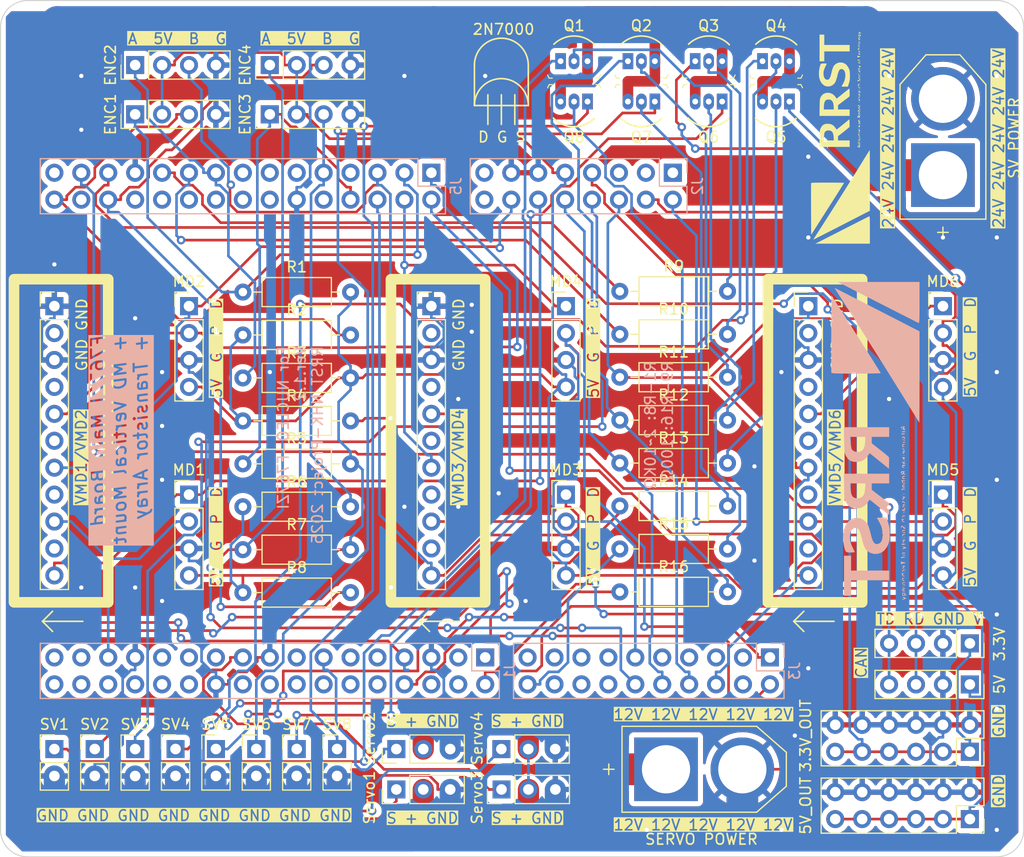
<source format=kicad_pcb>
(kicad_pcb (version 20240108) (generator "pcbnew") (generator_version "8.0")
  (layers (0 "F.Cu" signal) (31 "B.Cu" signal) (34 "B.Paste" user) (35 "F.Paste" user) (36 "B.SilkS" user "B.Silkscreen") (37 "F.SilkS" user "F.Silkscreen") (38 "B.Mask" user) (39 "F.Mask" user) (44 "Edge.Cuts" user))
  (net 0 "")
  (net 1 "GND")
  (net 2 "+3.3V")
  (net 3 "+5V")
  (net 4 "PD_1")
  (net 5 "PD_0")
  (net 6 "PC_0")
  (net 7 "PG_1")
  (net 8 "PF_2")
  (net 9 "PC_3")
  (net 10 "PF_5")
  (net 11 "PD_4")
  (net 12 "PA_6")
  (net 13 "PF_7")
  (net 14 "PF_9")
  (net 15 "PE_8")
  (net 16 "PF_10")
  (net 17 "PD_11")
  (net 18 "PB_11")
  (net 19 "PB_10")
  (net 22 "PE_7")
  (net 23 "PG_14")
  (net 24 "PD_13")
  (net 25 "PB_6")
  (net 26 "PF_13")
  (net 28 "PF_15")
  (net 30 "PF_14")
  (net 33 "PD_12")
  (net 38 "PG_9")
  (net 40 "PA_0")
  (net 41 "PB_1")
  (net 46 "PC_8")
  (net 47 "PG_3")
  (net 48 "PD_2")
  (net 50 "PC_11")
  (net 51 "PG_2")
  (net 52 "PC_10")
  (net 53 "VIN")
  (net 54 "PC_12")
  (net 56 "PC_9")
  (net 59 "PB_13")
  (net 60 "PF_12")
  (net 61 "PB_8")
  (net 62 "PC_6")
  (net 64 "PC_7")
  (net 66 "SERVO+")
  (net 69 "PF_0")
  (net 70 "PA_15")
  (net 71 "PF_1")
  (net 72 "PB_9")
  (net 74 "PB_15")
  (net 75 "PB_3")
  (net 77 "PD_3")
  (net 79 "PE_3")
  (net 80 "PD_6")
  (net 82 "PE_2")
  (net 84 "TR+")
  (net 85 "PD_7")
  (net 86 "Net-(Q1-G)")
  (net 87 "PE_4")
  (net 88 "Net-(Q1-S)")
  (net 90 "PF_3")
  (net 91 "PD_5")
  (net 94 "PA_3")
  (net 110 "Net-(Q2-G)")
  (net 111 "Net-(Q2-S)")
  (net 112 "Net-(Q3-S)")
  (net 113 "Net-(Q3-G)")
  (net 114 "Net-(Q4-S)")
  (net 115 "Net-(Q4-G)")
  (net 116 "Net-(Q5-G)")
  (net 117 "Net-(Q5-S)")
  (net 118 "Net-(Q6-S)")
  (net 119 "Net-(Q6-G)")
  (net 120 "Net-(Q7-S)")
  (net 121 "Net-(Q7-G)")
  (net 122 "Net-(Q8-S)")
  (net 123 "Net-(Q8-G)")
  (footprint "Connector_PinHeader_2.54mm:PinHeader_1x03_P2.54mm_Vertical" (layer "F.Cu") (at 110.998 130.566 90)
    (property "Reference" "Servo2")
    (property "Value" "Servo2")
  )
  (footprint "Resistor_THT:R_Axial_DIN0207_L6.3mm_D2.5mm_P10.16mm_Horizontal" (layer "F.Cu") (at 132.08 87.386)
    (property "Reference" "R9")
    (property "Value" "R")
  )
  (footprint "digikey-footprints:TO-92-3" (layer "F.Cu") (at 126.492 65.675)
    (property "Reference" "Q1")
    (property "Value" "2N7000")
  )
  (footprint "Resistor_THT:R_Axial_DIN0207_L6.3mm_D2.5mm_P10.16mm_Horizontal" (layer "F.Cu") (at 96.52 91.506)
    (property "Reference" "R2")
    (property "Value" "R")
  )
  (footprint "digikey-footprints:TO-92-3" (layer "F.Cu") (at 148.082 69.485 180)
    (property "Reference" "Q5")
    (property "Value" "2N7000")
  )
  (footprint "Connector_PinHeader_2.54mm:PinHeader_1x04_P2.54mm_Vertical" (layer "F.Cu") (at 91.44 88.783)
    (property "Reference" "MD2")
    (property "Value" "MD2")
  )
  (footprint "Resistor_THT:R_Axial_DIN0207_L6.3mm_D2.5mm_P10.16mm_Horizontal" (layer "F.Cu") (at 96.52 107.706)
    (property "Reference" "R6")
    (property "Value" "R")
  )
  (footprint "Connector_PinHeader_2.54mm:PinHeader_1x02_P2.54mm_Vertical" (layer "F.Cu") (at 97.79 130.561)
    (property "Reference" "SV6")
    (property "Value" "SV6")
  )
  (footprint "Connector_PinHeader_2.54mm:PinHeader_1x03_P2.54mm_Vertical" (layer "F.Cu") (at 120.919 134.376 90)
    (property "Reference" "Servo3")
    (property "Value" "Servo3")
  )
  (footprint "Resistor_THT:R_Axial_DIN0207_L6.3mm_D2.5mm_P10.16mm_Horizontal" (layer "F.Cu") (at 132.08 103.586)
    (property "Reference" "R13")
    (property "Value" "R")
  )
  (footprint "Connector_PinHeader_2.54mm:PinHeader_1x04_P2.54mm_Vertical" (layer "F.Cu") (at 162.56 106.563)
    (property "Reference" "MD5")
    (property "Value" "MD5")
  )
  (footprint "Connector_PinHeader_2.54mm:PinHeader_1x02_P2.54mm_Vertical" (layer "F.Cu") (at 82.55 130.561)
    (property "Reference" "SV2")
    (property "Value" "SV2")
  )
  (footprint "Connector_PinHeader_2.54mm:PinHeader_1x02_P2.54mm_Vertical" (layer "F.Cu") (at 78.74 130.566)
    (property "Reference" "SV1")
    (property "Value" "SV1")
  )
  (footprint "digikey-footprints:TO-92-3" (layer "F.Cu") (at 135.382 69.485 180)
    (property "Reference" "Q7")
    (property "Value" "2N7000")
  )
  (footprint "Resistor_THT:R_Axial_DIN0207_L6.3mm_D2.5mm_P10.16mm_Horizontal" (layer "F.Cu") (at 96.52 111.756)
    (property "Reference" "R7")
    (property "Value" "R")
  )
  (footprint "Resistor_THT:R_Axial_DIN0207_L6.3mm_D2.5mm_P10.16mm_Horizontal" (layer "F.Cu") (at 132.08 95.486)
    (property "Reference" "R11")
    (property "Value" "R")
  )
  (footprint "Connector_PinHeader_2.54mm:PinHeader_1x11_P2.54mm_Vertical" (layer "F.Cu") (at 149.86 88.783)
    (property "Reference" "VMD5/VMD6")
    (property "Value" "VMD5/VMD6")
  )
  (footprint "Connector_PinHeader_2.54mm:PinHeader_1x02_P2.54mm_Vertical" (layer "F.Cu") (at 90.17 130.561)
    (property "Reference" "SV4")
    (property "Value" "SV4")
  )
  (footprint "digikey-footprints:TO-92-3" (layer "F.Cu") (at 145.542 65.675)
    (property "Reference" "Q4")
    (property "Value" "2N7000")
  )
  (footprint "digikey-footprints:TO-92-3" (layer "F.Cu") (at 132.842 65.675)
    (property "Reference" "Q2")
    (property "Value" "2N7000")
  )
  (footprint "digikey-footprints:TO-92-3" (layer "F.Cu") (at 129.032 69.485 180)
    (property "Reference" "Q8")
    (property "Value" "2N7000")
  )
  (footprint "Connector_PinHeader_2.54mm:PinHeader_1x03_P2.54mm_Vertical" (layer "F.Cu") (at 120.904 130.566 90)
    (property "Reference" "Servo4")
    (property "Value" "Servo4")
  )
  (footprint "Connector_PinHeader_2.54mm:PinHeader_1x02_P2.54mm_Vertical" (layer "F.Cu") (at 86.36 130.566)
    (property "Reference" "SV3")
    (property "Value" "SV3")
  )
  (footprint "Resistor_THT:R_Axial_DIN0207_L6.3mm_D2.5mm_P10.16mm_Horizontal" (layer "F.Cu") (at 132.08 115.736)
    (property "Reference" "R16")
    (property "Value" "R")
  )
  (footprint "Connector_PinSocket_2.54mm:PinSocket_1x04_P2.54mm_Vertical" (layer "F.Cu") (at 165.1 124.47 -90)
    (property "Reference" "5V")
    (property "Value" "CAN5V")
  )
  (footprint "Resistor_THT:R_Axial_DIN0207_L6.3mm_D2.5mm_P10.16mm_Horizontal" (layer "F.Cu") (at 96.52 87.456)
    (property "Reference" "R1")
    (property "Value" "R")
  )
  (footprint "digikey-footprints:TO-92-3" (layer "F.Cu") (at 141.732 69.485 180)
    (property "Reference" "Q6")
    (property "Value" "2N7000")
  )
  (footprint "Resistor_THT:R_Axial_DIN0207_L6.3mm_D2.5mm_P10.16mm_Horizontal" (layer "F.Cu") (at 132.08 99.536)
    (property "Reference" "R12")
    (property "Value" "R")
  )
  (footprint "Connector_PinHeader_2.54mm:PinHeader_1x11_P2.54mm_Vertical" (layer "F.Cu") (at 114.3 88.783)
    (property "Reference" "VMD3/VMD4")
    (property "Value" "VMD3/VMD4")
  )
  (footprint "Connector_PinHeader_2.54mm:PinHeader_1x04_P2.54mm_Vertical" (layer "F.Cu") (at 86.36 66.04 90)
    (property "Reference" "ENC2")
    (property "Value" "ENC2")
  )
  (footprint "Connector_PinSocket_2.54mm:PinSocket_1x04_P2.54mm_Vertical" (layer "F.Cu") (at 165.1 120.594 -90)
    (property "Reference" "3.3V")
    (property "Value" "CAN3.3V")
  )
  (footprint "XT60-M_footprint:AMASS_XT60-M" (layer "F.Cu") (at 140.037 132.471)
    (property "Reference" "SERVO POWER")
    (property "Value" "XT60-M")
  )
  (footprint "Resistor_THT:R_Axial_DIN0207_L6.3mm_D2.5mm_P10.16mm_Horizontal" (layer "F.Cu") (at 96.52 99.606)
    (property "Reference" "R4")
    (property "Value" "R")
  )
  (footprint "Connector_PinHeader_2.54mm:PinHeader_1x04_P2.54mm_Vertical" (layer "F.Cu") (at 99.06 70.69 90)
    (property "Reference" "ENC3")
    (property "Value" "ENC3")
  )
  (footprint "XT60-M_footprint:AMASS_XT60-M" (layer "F.Cu") (at 162.56 72.825 90)
    (property "Reference" "SV POWER")
    (property "Value" "XT60-M")
  )
  (footprint "Connector_PinHeader_2.54mm:PinHeader_1x04_P2.54mm_Vertical" (layer "F.Cu") (at 127 106.563)
    (property "Reference" "MD3")
    (property "Value" "MD3")
  )
  (footprint "Connector_PinHeader_2.54mm:PinHeader_1x02_P2.54mm_Vertical" (layer "F.Cu") (at 101.6 130.561)
    (property "Reference" "SV7")
    (property "Value" "SV7")
  )
  (footprint "Connector_PinHeader_2.54mm:PinHeader_1x04_P2.54mm_Vertical" (layer "F.Cu") (at 162.56 88.783)
    (property "Reference" "MD6")
    (property "Value" "MD6")
  )
  (footprint "Connector_PinHeader_2.54mm:PinHeader_1x04_P2.54mm_Vertical" (layer "F.Cu") (at 91.44 106.563)
    (property "Reference" "MD1")
    (property "Value" "MD1")
  )
  (footprint "Connector_PinSocket_2.54mm:PinSocket_2x06_P2.54mm_Vertical" (layer "F.Cu") (at 165.1 137.17 -90)
    (property "Reference" "5V_OUT")
    (property "Value" "5V_OUT")
  )
  (footprint "Connector_PinSocket_2.54mm:PinSocket_2x06_P2.54mm_Vertical" (layer "F.Cu") (at 165.1 130.82 -90)
    (property "Reference" "3.3V_OUT")
    (property "Value" "3.3V_OUT")
  )
  (footprint "Resistor_THT:R_Axial_DIN0207_L6.3mm_D2.5mm_P10.16mm_Horizontal" (layer "F.Cu") (at 96.52 115.806)
    (property "Reference" "R8")
    (property "Value" "R")
  )
  (footprint "digikey-footprints:TO-92-3" (layer "F.Cu") (at 139.192 65.675)
    (property "Reference" "Q3")
    (property "Value" "2N7000")
  )
  (footprint "Connector_PinHeader_2.54mm:PinHeader_1x02_P2.54mm_Vertical" (layer "F.Cu") (at 105.41 130.561)
    (property "Reference" "SV8")
    (property "Value" "SV8")
  )
  (footprint "Resistor_THT:R_Axial_DIN0207_L6.3mm_D2.5mm_P10.16mm_Horizontal" (layer "F.Cu") (at 96.52 103.656)
    (property "Reference" "R5")
    (property "Value" "R")
  )
  (footprint "Resistor_THT:R_Axial_DIN0207_L6.3mm_D2.5mm_P10.16mm_Horizontal" (layer "F.Cu") (at 96.52 95.556)
    (property "Reference" "R3")
    (property "Value" "R")
  )
  (footprint "Resistor_THT:R_Axial_DIN0207_L6.3mm_D2.5mm_P10.16mm_Horizontal" (layer "F.Cu") (at 132.08 111.686)
    (property "Reference" "R15")
    (property "Value" "R")
  )
  (footprint "LOGO" (layer "F.Cu") (at 152.908 72.908 90)
    (property "Reference" "G***" (hide yes))
    (property "Value" "LOGO" (hide yes))
  )
  (footprint "Connector_PinHeader_2.54mm:PinHeader_1x04_P2.54mm_Vertical" (layer "F.Cu") (at 86.36 70.69 90)
    (property "Reference" "ENC1")
    (property "Value" "ENC1")
  )
  (footprint "Connector_PinHeader_2.54mm:PinHeader_1x03_P2.54mm_Vertical" (layer "F.Cu") (at 110.998 134.376 90)
    (property "Reference" "Servo1")
    (property "Value" "Servo1")
  )
  (footprint "Resistor_THT:R_Axial_DIN0207_L6.3mm_D2.5mm_P10.16mm_Horizontal" (layer "F.Cu") (at 132.08 91.436)
    (property "Reference" "R10")
    (property "Value" "R")
  )
  (footprint "Connector_PinHeader_2.54mm:PinHeader_1x02_P2.54mm_Vertical" (layer "F.Cu") (at 93.98 130.561)
    (property "Reference" "SV5")
    (property "Value" "SV5")
  )
  (footprint "Resistor_THT:R_Axial_DIN0207_L6.3mm_D2.5mm_P10.16mm_Horizontal" (layer "F.Cu") (at 132.08 107.636)
    (property "Reference" "R14")
    (property "Value" "R")
  )
  (footprint "Connector_PinHeader_2.54mm:PinHeader_1x11_P2.54mm_Vertical" (layer "F.Cu") (at 78.74 88.783)
    (property "Reference" "VMD1/VMD2")
    (property "Value" "VMD1/VMD2")
  )
  (footprint "Connector_PinHeader_2.54mm:PinHeader_1x04_P2.54mm_Vertical" (layer "F.Cu") (at 99.06 66.04 90)
    (property "Reference" "ENC4")
    (property "Value" "ENC4")
  )
  (footprint "Connector_PinHeader_2.54mm:PinHeader_1x04_P2.54mm_Vertical" (layer "F.Cu") (at 127 88.783)
    (property "Reference" "MD4")
    (property "Value" "MD4")
  )
  (footprint "LOGO" (layer "B.Cu") (at 156.21 101.483 -90)
    (property "Reference" "G***1" (hide yes))
    (property "Value" "LOGO" (hide yes))
  )
  (footprint "Connector_PinHeader_2.54mm:PinHeader_2x10_P2.54mm_Vertical" (layer "B.Cu") (at 146.24 125.3 90)
    (property "Reference" "J3")
    (property "Value" "Conn_02x10_Odd_Even")
  )
  (footprint "Connector_PinHeader_2.54mm:PinHeader_2x17_P2.54mm_Vertical" (layer "B.Cu") (at 119.38 125.3 90)
    (property "Reference" "J1")
    (property "Value" "Conn_02x17_Odd_Even")
  )
  (footprint "Connector_PinHeader_2.54mm:PinHeader_2x08_P2.54mm_Vertical" (layer "B.Cu") (at 137.08 79.58 90)
    (property "Reference" "J2")
    (property "Value" "Conn_02x08_Odd_Even")
  )
  (footprint "Connector_PinHeader_2.54mm:PinHeader_2x15_P2.54mm_Vertical" (layer "B.Cu") (at 114.3 79.58 90)
    (property "Reference" "J5")
    (property "Value" "Conn_02x15_Odd_Even")
  )
  (gr_line (start 122.174 68.844) (end 122.174 71.638) (stroke (width 0.15)) (layer "F.SilkS"))
  (gr_line (start 118.364 69.86) (end 118.364 66.05) (stroke (width 0.15)) (layer "F.SilkS"))
  (gr_line (start 123.444 69.86) (end 123.444 66.05) (stroke (width 0.15)) (layer "F.SilkS"))
  (gr_rect (start 74.93 86.243) (end 83.82 116.723) (stroke (width 1)) (fill none) (layer "F.SilkS"))
  (gr_line (start 118.364 69.86) (end 123.444 69.86) (stroke (width 0.15)) (layer "F.SilkS"))
  (gr_line (start 119.634 68.844) (end 119.634 71.638) (stroke (width 0.15)) (layer "F.SilkS"))
  (gr_line (start 120.904 68.844) (end 120.904 71.638) (stroke (width 0.15)) (layer "F.SilkS"))
  (gr_arc (start 118.364 66.05) (mid 120.904 63.51) (end 123.444 66.05) (stroke (width 0.15)) (layer "F.SilkS"))
  (gr_rect (start 110.49 86.243) (end 119.38 116.723) (stroke (width 1)) (fill none) (layer "F.SilkS"))
  (gr_rect (start 146.05 86.243) (end 154.94 116.723) (stroke (width 1)) (fill none) (layer "F.SilkS"))
  (gr_arc (start 118.364 69.86) (mid 120.904 67.32) (end 123.444 69.86) (stroke (width 0.15)) (layer "F.SilkS"))
  (gr_line (start 170.18 62.494) (end 170.18 63.5) (stroke (width 0.1)) (layer "Edge.Cuts"))
  (gr_line (start 73.66 137.16) (end 73.66 138.186) (stroke (width 0.1)) (layer "Edge.Cuts"))
  (gr_arc (start 76.2 140.726) (mid 74.403949 139.982051) (end 73.66 138.186) (stroke (width 0.1)) (layer "Edge.Cuts"))
  (gr_line (start 170.18 137.16) (end 170.18 138.186) (stroke (width 0.1)) (layer "Edge.Cuts"))
  (gr_line (start 73.66 137.16) (end 73.66 63.5) (stroke (width 0.1)) (layer "Edge.Cuts"))
  (gr_line (start 167.64 59.954) (end 76.2 59.954) (stroke (width 0.1)) (layer "Edge.Cuts"))
  (gr_line (start 73.66 62.494) (end 73.66 63.5) (stroke (width 0.1)) (layer "Edge.Cuts"))
  (gr_arc (start 167.64 59.954) (mid 169.436051 60.697949) (end 170.18 62.494) (stroke (width 0.1)) (layer "Edge.Cuts"))
  (gr_arc (start 73.66 62.494) (mid 74.403949 60.697949) (end 76.2 59.954) (stroke (width 0.1)) (layer "Edge.Cuts"))
  (gr_line (start 170.18 63.5) (end 170.18 137.16) (stroke (width 0.1)) (layer "Edge.Cuts"))
  (gr_arc (start 170.18 138.186) (mid 169.436051 139.982051) (end 167.64 140.726) (stroke (width 0.1)) (layer "Edge.Cuts"))
  (gr_line (start 167.64 140.726) (end 76.2 140.726) (stroke (width 0.1)) (layer "Edge.Cuts"))
  (gr_text "R1-R8: 2~10KΩ\nR9-R16: 100Ω" (at 137.16 93.863 90) (layer "B.SilkS") (effects (font (size 1 1)) (justify left bottom mirror)))
  (gr_text "For NUCLEO-F767ZI \nVer.1.2\nRRST NHK-Project 2025" (at 104.14 92.466 90) (layer "B.SilkS") (effects (font (size 1 1)) (justify left bottom mirror)))
  (gr_text "F767ZI Main Board\n+ MD Vertical Mount\n+ Transistor Array" (at 87.63 91.323 90) (layer "B.SilkS" knockout) (effects (font (size 1.25 1.25) (thickness 0.2) (bold yes) (italic yes)) (justify left bottom mirror)))
  (gr_text "A  5V  B  G" (at 85.598 64.145 0) (layer "F.SilkS" knockout) (effects (font (size 1 1)) (justify left bottom)))
  (gr_text "S + GND" (at 109.982 137.678 0) (layer "F.SilkS" knockout) (effects (font (size 1 1)) (justify left bottom)))
  (gr_text "GND GND GND GND GND GND GND GND" (at 76.962 137.424 0) (layer "F.SilkS" knockout) (effects (font (size 1 1)) (justify left bottom)))
  (gr_text "5V  G  P  D" (at 130.175 97.546 90) (layer "F.SilkS" knockout) (effects (font (size 1 1)) (justify left bottom)))
  (gr_text "12V 12V 12V 12V 12V" (at 131.401 138.313 0) (layer "F.SilkS" knockout) (effects (font (size 1 1)) (justify left bottom)))
  (gr_text "S + GND" (at 109.982 128.534 0) (layer "F.SilkS" knockout) (effects (font (size 1 1)) (justify left bottom)))
  (gr_text "D G S" (at 118.618 73.416 0) (layer "F.SilkS") (effects (font (size 1 1)) (justify left bottom)))
  (gr_text "A  5V  B  G" (at 98.171 64.145 0) (layer "F.SilkS" knockout) (effects (font (size 1 1)) (justify left bottom)))
  (gr_text "24V 24V 24V 24V 24V" (at 157.988 81.505 90) (layer "F.SilkS" knockout) (effects (font (size 1 1)) (justify left bottom)))
  (gr_text "5V  G  P  D" (at 94.615 115.326 90) (layer "F.SilkS" knockout) (effects (font (size 1 1)) (justify left bottom)))
  (gr_text "GND GND\n" (at 153.162 95.006 90) (layer "F.SilkS") (effects (font (size 1 1)) (justify left bottom)))
  (gr_text "GND GND\n" (at 81.915 95.006 90) (layer "F.SilkS") (effects (font (size 1 1)) (justify left bottom)))
  (gr_text "GND GND\n" (at 117.475 95.006 90) (layer "F.SilkS") (effects (font (size 1 1)) (justify left bottom)))
  (gr_text "5V  G  P  D" (at 94.615 97.546 90) (layer "F.SilkS" knockout) (effects (font (size 1 1)) (justify left bottom)))
  (gr_text "TD RD GND V" (at 156.21 118.882 0) (layer "F.SilkS" knockout) (effects (font (size 1 1)) (justify left bottom)))
  (gr_text "CAN" (at 155.448 123.962 90) (layer "F.SilkS" knockout) (effects (font (size 1 1)) (justify left bottom)))
  (gr_text "GND" (at 168.402 136.154 90) (layer "F.SilkS" knockout) (effects (font (size 1 1)) (justify left bottom)))
  (gr_text "5V  G  P  D" (at 165.735 97.419 90) (layer "F.SilkS" knockout) (effects (font (size 1 1)) (justify left bottom)))
  (gr_text "2N7000" (at 118.11 63.256 0) (layer "F.SilkS") (effects (font (size 1 1)) (justify left bottom)))
  (gr_text "12V 12V 12V 12V 12V" (at 131.401 127.899 0) (layer "F.SilkS" knockout) (effects (font (size 1 1)) (justify left bottom)))
  (gr_text "GND" (at 168.402 129.55 90) (layer "F.SilkS" knockout) (effects (font (size 1 1)) (justify left bottom)))
  (gr_text "←" (at 76.327 121.041 0) (layer "F.SilkS") (effects (font (size 5 5)) (justify left bottom)))
  (gr_text "S + GND" (at 119.888 137.678 0) (layer "F.SilkS" knockout) (effects (font (size 1 1)) (justify left bottom)))
  (gr_text "5V  G  P  D" (at 130.175 115.326 90) (layer "F.SilkS" knockout) (effects (font (size 1 1)) (justify left bottom)))
  (gr_text "S + GND" (at 119.888 128.534 0) (layer "F.SilkS" knockout) (effects (font (size 1 1)) (justify left bottom)))
  (gr_text "5V  G  P  D" (at 165.735 115.326 90) (layer "F.SilkS" knockout) (effects (font (size 1 1)) (justify left bottom)))
  (gr_text "←" (at 111.887 121.041 0) (layer "F.SilkS") (effects (font (size 5 5)) (justify left bottom)))
  (gr_text "←" (at 147.193 121.041 0) (layer "F.SilkS") (effects (font (size 5 5)) (justify left bottom)))
  (gr_text "24V 24V 24V 24V 24V" (at 168.402 81.505 90) (layer "F.SilkS" knockout) (effects (font (size 1 1)) (justify left bottom)))
  (segment (start 154.94 128.28) (end 157.48 128.28) (width 0.25) (layer "F.Cu") (net 1))
  (segment (start 152.4 128.28) (end 154.94 128.28) (width 0.25) (layer "F.Cu") (net 1))
  (segment (start 149.86 93.863) (end 162.56 93.863) (width 0.25) (layer "F.Cu") (net 1))
  (segment (start 82.55 133.101) (end 83.7267 133.101) (width 0.25) (layer "F.Cu") (net 1))
  (segment (start 99.06 121.92) (end 97.8833 121.92) (width 0.25) (layer "F.Cu") (net 1))
  (segment (start 97.8833 122.2878) (end 97.8833 121.92) (width 0.25) (layer "F.Cu") (net 1))
  (segment (start 106.6389 133.0488) (end 106.5867 133.101) (width 0.25) (layer "F.Cu") (net 1))
  (segment (start 162.56 134.63) (end 165.1 134.63) (width 0.25) (layer "F.Cu") (net 1))
  (segment (start 157.48 128.28) (end 160.02 128.28) (width 0.25) (layer "F.Cu") (net 1))
  (segment (start 95.1567 124.0922) (end 95.9656 123.2833) (width 0.25) (layer "F.Cu") (net 1))
  (segment (start 105.41 133.101) (end 106.5867 133.101) (width 0.25) (layer "F.Cu") (net 1))
  (segment (start 114.3 93.863) (end 127 93.863) (width 0.25) (layer "F.Cu") (net 1))
  (segment (start 152.4 134.63) (end 154.94 134.63) (width 0.25) (layer "F.Cu") (net 1))
  (segment (start 95.1567 124.46) (end 95.1567 124.0922) (width 0.25) (layer "F.Cu") (net 1))
  (segment (start 160.02 128.28) (end 162.56 128.28) (width 0.25) (layer "F.Cu") (net 1))
  (segment (start 83.7317 133.106) (end 83.7267 133.101) (width 0.25) (layer "F.Cu") (net 1))
  (segment (start 160.02 134.63) (end 162.56 134.63) (width 0.25) (layer "F.Cu") (net 1))
  (segment (start 121.84 76.2) (end 124.38 76.2) (width 0.25) (layer "F.Cu") (net 1))
  (segment (start 86.36 133.106) (end 83.7317 133.106) (width 0.25) (layer "F.Cu") (net 1))
  (segment (start 114.0889 133.0488) (end 106.6389 133.0488) (width 0.25) (layer "F.Cu") (net 1))
  (segment (start 93.98 124.46) (end 95.1567 124.46) (width 0.25) (layer "F.Cu") (net 1))
  (segment (start 151.8117 134.63) (end 151.2233 134.63) (width 0.25) (layer "F.Cu") (net 1))
  (segment (start 91.44 93.863) (end 114.3 93.863) (width 0.25) (layer "F.Cu") (net 1))
  (segment (start 162.56 128.28) (end 165.1 128.28) (width 0.25) (layer "F.Cu") (net 1))
  (segment (start 143.637 132.471) (end 149.0643 132.471) (width 0.25) (layer "F.Cu") (net 1))
  (segment (start 154.94 134.63) (end 157.48 134.63) (width 0.25) (layer "F.Cu") (net 1))
  (segment (start 114.9013 133.8612) (end 114.0889 133.0488) (width 0.25) (layer "F.Cu") (net 1))
  (segment (start 116.078 134.376) (end 114.9013 134.376) (width 0.25) (layer "F.Cu") (net 1))
  (segment (start 95.9656 123.2833) (end 96.8878 123.2833) (width 0.25) (layer "F.Cu") (net 1))
  (segment (start 114.9013 134.376) (end 114.9013 133.8612) (width 0.25) (layer "F.Cu") (net 1))
  (segment (start 96.8878 123.2833) (end 97.8833 122.2878) (width 0.25) (layer "F.Cu") (net 1))
  (segment (start 157.48 134.63) (end 160.02 134.63) (width 0.25) (layer "F.Cu") (net 1))
  (segment (start 149.0643 132.471) (end 151.2233 134.63) (width 0.25) (layer "F.Cu") (net 1))
  (segment (start 151.8117 134.63) (end 152.4 134.63) (width 0.25) (layer "F.Cu") (net 1))
  (via (at 144.78 112.786) (size 0.8) (drill 0.4) (layers "F.Cu" "B.Cu") (net 1))
  (via (at 118.11 88.656) (size 0.8) (drill 0.4) (layers "F.Cu" "B.Cu") (net 1))
  (via (at 88.9 116.596) (size 0.8) (drill 0.4) (layers "F.Cu" "B.Cu") (net 1))
  (via (at 81.28 115.326) (size 0.8) (drill 0.4) (layers "F.Cu" "B.Cu") (net 1))
  (via (at 118.11 91.196) (size 0.8) (drill 0.4) (layers "F.Cu" "B.Cu") (net 1))
  (via (at 149.86 82.306) (size 0.8) (drill 0.4) (layers "F.Cu" "B.Cu") (net 1))
  (via (at 86.36 89.926) (size 0.8) (drill 0.4) (layers "F.Cu" "B.Cu") (net 1))
  (via (at 123.19 116.596) (size 0.8) (drill 0.4) (layers "F.Cu" "B.Cu") (net 1))
  (via (at 144.78 103.896) (size 0.8) (drill 0.4) (layers "F.Cu" "B.Cu") (net 1))
  (via (at 167.64 67.066) (size 0.8) (drill 0.4) (layers "F.Cu" "B.Cu") (net 1))
  (via (at 147.32 138.186) (size 0.8) (drill 0.4) (layers "F.Cu" "B.Cu") (net 1))
  (via (at 99.06 95.006) (size 0.8) (drill 0.4) (layers "F.Cu" "B.Cu") (net 1))
  (via (at 167.64 126.756) (size 0.8) (drill 0.4) (layers "F.Cu" "B.Cu") (net 1))
  (via (at 88.9 100.086) (size 0.8) (drill 0.4) (layers "F.Cu" "B.Cu") (net 1))
  (via (at 167.64 138.186) (size 0.8) (drill 0.4) (layers "F.Cu" "B.Cu") (net 1))
  (via (at 167.64 117.866) (size 0.8) (drill 0.4) (layers "F.Cu" "B.Cu") (net 1))
  (via (at 88.9 95.006) (size 0.8) (drill 0.4) (layers "F.Cu" "B.Cu") (net 1))
  (via (at 149.86 122.946) (size 0.8) (drill 0.4) (layers "F.Cu" "B.Cu") (net 1))
  (via (at 111.76 67.066) (size 0.8) (drill 0.4) (layers "F.Cu" "B.Cu") (net 1))
  (via (at 162.56 82.306) (size 0.8) (drill 0.4) (layers "F.Cu" "B.Cu") (net 1))
  (via (at 110.49 115.326) (size 0.8) (drill 0.4) (layers "F.Cu" "B.Cu") (net 1))
  (via (at 116.84 107.706) (size 0.8) (drill 0.4) (layers "F.Cu" "B.Cu") (net 1))
  (via (at 111.76 107.706) (size 0.8) (drill 0.4) (layers "F.Cu" "B.Cu") (net 1))
  (via (at 149.86 74.686) (size 0.8) (drill 0.4) (layers "F.Cu" "B.Cu") (net 1))
  (via (at 167.64 95.006) (size 0.8) (drill 0.4) (layers "F.Cu" "B.Cu") (net 1))
  (via (at 147.32 95.006) (size 0.8) (drill 0.4) (layers "F.Cu" "B.Cu") (net 1))
  (via (at 120.65 106.436) (size 0.8) (drill 0.4) (layers "F.Cu" "B.Cu") (net 1))
  (via (at 86.36 115.326) (size 0.8) (drill 0.4) (layers "F.Cu" "B.Cu") (net 1))
  (via (at 81.28 72.146) (size 0.8) (drill 0.4) (layers "F.Cu" "B.Cu") (net 1))
  (via (at 157.48 97.546) (size 0.8) (drill 0.4) (layers "F.Cu" "B.Cu") (net 1))
  (via (at 88.9 105.166) (size 0.8) (drill 0.4) (layers "F.Cu" "B.Cu") (net 1))
  (via (at 119.38 67.066) (size 0.8) (drill 0.4) (layers "F.Cu" "B.Cu") (net 1))
  (via (at 134.62 138.186) (size 0.8) (drill 0.4) (layers "F.Cu" "B.Cu") (net 1))
  (via (at 167.64 105.166) (size 0.8) (drill 0.4) (layers "F.Cu" "B.Cu") (net 1))
  (via (at 148.59 129.296) (size 0.8) (drill 0.4) (layers "F.Cu" "B.Cu") (net 1))
  (via (at 116.84 97.546) (size 0.8) (drill 0.4) (layers "F.Cu" "B.Cu") (net 1))
  (via (at 78.74 84.846) (size 0.8) (drill 0.4) (layers "F.Cu" "B.Cu") (net 1))
  (via (at 167.64 82.306) (size 0.8) (drill 0.4) (layers "F.Cu" "B.Cu") (net 1))
  (via (at 81.28 67.066) (size 0.8) (drill 0.4) (layers "F.Cu" "B.Cu") (net 1))
  (via (at 157.48 67.066) (size 0.8) (drill 0.4) (layers "F.Cu" "B.Cu") (net 1))
  (segment (start 101.6 133.101) (end 101.6 136.408) (width 2) (layer "B.Cu") (net 1))
  (segment (start 90.17 133.101) (end 90.17 136.662) (width 2) (layer "B.Cu") (net 1))
  (segment (start 93.98 124.46) (end 93.98 123.2833) (width 0.25) (layer "B.Cu") (net 1))
  (segment (start 114.6678 123.0967) (end 115.4767 123.9056) (width 0.25) (layer "B.Cu") (net 1))
  (segment (start 77.5566 93.863) (end 77.5566 90.7754) (width 0.25) (layer "B.Cu") (net 1))
  (segment (start 93.98 133.101) (end 93.98 136.662) (width 2) (layer "B.Cu") (net 1))
  (segment (start 149.4922 89.9597) (end 149.86 89.9597) (width 0.25) (layer "B.Cu") (net 1))
  (segment (start 78.994 61.986) (end 76.2 64.78) (width 3) (layer "B.Cu") (net 1))
  (segment (start 161.3833 110.4663) (end 161.3833 118.2406) (width 0.25) (layer "B.Cu") (net 1))
  (segment (start 91.8077 95.0397) (end 93.0761 96.3081) (width 0.25) (layer "B.Cu") (net 1))
  (segment (start 155.321 61.986) (end 151.638 61.986) (width 3) (layer "B.Cu") (net 1))
  (segment (start 101.9677 77.5633) (end 101.6 77.5633) (width 0.25) (layer "B.Cu") (net 1))
  (segment (start 92.6244 122.2955) (end 93.6122 123.2833) (width 0.25) (layer "B.Cu") (net 1))
  (segment (start 85.1833 123.9056) (end 85.1833 130.1) (width 0.25) (layer "B.Cu") (net 1))
  (segment (start 126.6322 110.4663) (end 125.8233 109.6574) (width 0.25) (layer "B.Cu") (net 1))
  (segment (start 95.25 61.986) (end 93.98 63.256) (width 0.25) (layer "B.Cu") (net 1))
  (segment (start 129.286 138.186) (end 125.984 138.186) (width 3) (layer "B.Cu") (net 1))
  (segment (start 114.554 61.986) (end 78.994 61.986) (width 3) (layer "B.Cu") (net 1))
  (segment (start 151.638 61.986) (end 114.554 61.986) (width 3) (layer "B.Cu") (net 1))
  (segment (start 75.692 66.0082) (end 76.2 65.5002) (width 0.25) (layer "B.Cu") (net 1))
  (segment (start 149.86 93.863) (end 149.86 92.6863) (width 0.25) (layer "B.Cu") (net 1))
  (segment (start 83.359 131.9243) (end 82.55 131.9243) (width 0.25) (layer "B.Cu") (net 1))
  (segment (start 86.614 136.662) (end 90.17 136.662) (width 3) (layer "B.Cu") (net 1))
  (segment (start 115.4767 91.8105) (end 115.4767 90.8355) (width 0.25) (layer "B.Cu") (net 1))
  (segment (start 143.256 138.186) (end 143.637 137.805) (width 0.25) (layer "B.Cu") (net 1))
  (segment (start 143.637 132.471) (end 143.637 137.805) (width 3) (layer "B.Cu") (net 1))
  (segment (start 149.86 88.783) (end 149.86 89.9597) (width 0.25) (layer "B.Cu") (net 1))
  (segment (start 106.68 70.69) (end 106.68 66.04) (width 0.25) (layer "B.Cu") (net 1))
  (segment (start 129.032 127.772) (end 126.238 127.772) (width 3) (layer "B.Cu") (net 1))
  (segment (start 115.4767 90.8355) (end 114.601 89.9598) (width 0.25) (layer "B.Cu") (net 1))
  (segment (start 127 111.643) (end 127 110.4663) (width 0.25) (layer "B.Cu") (net 1))
  (segment (start 97.79 133.101) (end 97.79 135.9) (width 2) (layer "B.Cu") (net 1))
  (segment (start 148.6833 91.8773) (end 148.6833 90.7686) (width 0.25) (layer "B.Cu") (net 1))
  (segment (start 162.1923 95.0397) (end 161.3833 95.8487) (width 0.25) (layer "B.Cu") (net 1))
  (segment (start 115.4767 127.4247) (end 115.824 127.772) (width 0.25) (layer "B.Cu") (net 1))
  (segment (start 148.6833 90.7686) (end 149.4922 89.9597) (width 0.25) (layer "B.Cu") (net 1))
  (segment (start 162.56 93.863) (end 162.56 95.0397) (width 0.25) (layer "B.Cu") (net 1))
  (segment (start 93.98 136.662) (end 98.552 136.662) (width 3) (layer "B.Cu") (net 1))
  (segment (start 91.44 95.0397) (end 91.8077 95.0397) (width 0.25) (layer "B.Cu") (net 1))
  (segment (start 85.1833 130.1) (end 83.359 131.9243) (width 0.25) (layer "B.Cu") (net 1))
  (segment (start 116.078 134.376) (end 116.078 138.186) (width 2) (layer "B.Cu") (net 1))
  (segment (start 115.4767 123.9056) (end 115.4767 127.4247) (width 0.25) (layer "B.Cu") (net 1))
  (segment (start 92.8033 126.8134) (end 92.8033 136.6605) (width 0.25) (layer "B.Cu") (net 1))
  (segment (start 93.98 63.256) (end 93.98 66.04) (width 0.25) (layer "B.Cu") (net 1))
  (segment (start 85.1833 61.9875) (end 85.1848 61.986) (width 0.25) (layer "B.Cu") (net 1))
  (segment (start 162.1922 129.4567) (end 162.56 129.4567) (width 0.25) (layer "B.Cu") (net 1))
  (segment (start 78.74 88.783) (end 78.74 89.9597) (width 0.25) (layer "B.Cu") (net 1))
  (segment (start 121.84 64.2647) (end 119.5613 61.986) (width 0.25) (layer "B.Cu") (net 1))
  (segment (start 161.3833 130.2656) (end 162.1922 129.4567) (width 0.25) (layer "B.Cu") (net 1))
  (segment (start 78.74 136.662) (end 82.55 136.662) (width 3) (layer "B.Cu") (net 1))
  (segment (start 162.56 124.47) (end 162.56 128.28) (width 0.25) (layer "B.Cu") (net 1))
  (segment (start 82.55 136.662) (end 86.614 136.662) (width 3) (layer "B.Cu") (net 1))
  (segment (start 125.984 130.566) (end 125.984 128.026) (width 2) (layer "B.Cu") (net 1))
  (segment (start 121.84 76.2) (end 121.84 64.2647) (width 0.25) (layer "B.Cu") (net 1))
  (segment (start 78.74 133.106) (end 78.74 136.662) (width 2) (layer "B.Cu") (net 1))
  (segment (start 91.44 111.643) (end 91.44 112.8197) (width 0.25) (layer "B.Cu") (net 1))
  (segment (start 110.734 61.986) (end 107.8567 64.8633) (width 0.25) (layer "B.Cu") (net 1))
  (segment (start 93.98 125.6367) (end 92.8033 126.8134) (width 0.25) (layer "B.Cu") (net 1))
  (segment (start 149.86 92.6863) (end 149.4923 92.6863) (width 0.25) (layer "B.Cu") (net 1))
  (segment (start 114.3 92.6863) (end 114.6009 92.6863) (width 0.25) (layer "B.Cu") (net 1))
  (segment (start 90.17 136.662) (end 93.98 136.662) (width 3) (layer "B.Cu") (net 1))
  (segment (start 86.36 121.92) (end 86.36 123.0967) (width 0.25) (layer "B.Cu") (net 1))
  (segment (start 101.6 78.74) (end 101.6 77.5633) (width 0.25) (layer "B.Cu") (net 1))
  (segment (start 114.3 121.92) (end 114.3 123.0967) (width 0.25) (layer "B.Cu") (net 1))
  (segment (start 91.44 93.863) (end 91.44 95.0397) (width 0.25) (layer "B.Cu") (net 1))
  (segment (start 75.692 135.646) (end 76.708 136.662) (width 3) (layer "B.Cu") (net 1))
  (segment (start 76.708 136.662) (end 78.74 136.662) (width 3) (layer "B.Cu") (net 1))
  (segment (start 162.56 111.643) (end 162.56 110.4663) (width 0.25) (layer "B.Cu") (net 1))
  (segment (start 126.238 127.772) (end 115.824 127.772) (width 3) (layer "B.Cu") (net 1))
  (segment (start 114.6009 92.6863) (end 115.4767 91.8105) (width 0.25) (layer "B.Cu") (net 1))
  (segment (start 125.8233 109.6574) (end 125.8233 105.5776) (width 0.25) (layer "B.Cu") (net 1))
  (segment (start 143.256 138.186) (end 134.62 138.186) (width 3) (layer "B.Cu") (net 1))
  (segment (start 127 110.4663) (end 126.6322 110.4663) (width 0.25) (layer "B.Cu") (net 1))
  (segment (start 114.3 88.783) (end 114.3 89.9597) (width 0.25) (layer "B.Cu") (net 1))
  (segment (start 114.3 89.9598) (end 114.3 89.9597) (width 0.25) (layer "B.Cu") (net 1))
  (segment (start 78.3723 89.9597) (end 78.74 89.9597) (width 0.25) (layer "B.Cu") (net 1))
  (segment (start 128.1872 95.7768) (end 127.8346 95.4242) (width 0.25) (layer "B.Cu") (net 1))
  (segment (start 93.98 70.69) (end 93.98 66.04) (width 0.25) (layer "B.Cu") (net 1))
  (segment (start 162.56 95.0397) (end 162.1923 95.0397) (width 0.25) (layer "B.Cu") (net 1))
  (segment (start 125.984 138.186) (end 116.078 138.186) (width 3) (layer "B.Cu") (net 1))
  (segment (start 98.552 136.662) (end 101.346 136.662) (width 3) (layer "B.Cu") (net 1))
  (segment (start 128.1872 103.2137) (end 128.1872 95.7768) (width 0.25) (layer "B.Cu") (net 1))
  (segment (start 77.5566 93.863) (end 78.74 93.863) (width 0.25) (layer "B.Cu") (net 1))
  (segment (start 82.55 133.101) (end 82.55 136.662) (width 2) (layer "B.Cu") (net 1))
  (segment (start 102.87 76.661) (end 101.9677 77.5633) (width 0.25) (layer "B.Cu") (net 1))
  (segment (start 127.8346 95.4242) (end 127.8346 94.6976) (width 0.25) (layer "B.Cu") (net 1))
  (segment (start 86.36 75.0233) (end 85.1833 73.8466) (width 0.25) (layer "B.Cu") (net 1))
  (segment (start 162.56 120.594) (end 162.56 119.4173) (width 0.25) (layer "B.Cu") (net 1))
  (segment (start 162.56 69.225) (end 155.321 61.986) (width 3) (layer "B.Cu") (net 1))
  (segment (start 106.68 66.04) (end 106.68 64.8633) (width 0.25) (layer "B.Cu") (net 1))
  (segment (start 125.984 130.091) (end 125.999 130.106) (width 0.25) (layer "B.Cu") (net 1))
  (segment (start 107.8567 64.8633) (end 106.68 64.8633) (width 0.25) (layer "B.Cu") (net 1))
  (segment (start 134.62 138.186) (end 129.286 138.186) (width 3) (layer "B.Cu") (net 1))
  (segment (start 160.02 134.63) (end 160.02 133.4533) (width 0.25) (layer "B.Cu") (net 1))
  (segment (start 161.3833 95.8487) (end 161.3833 110.4663) (width 0.25) (layer "B.Cu") (net 1))
  (segment (start 114.3 123.0967) (end 114.6678 123.0967) (width 0.25) (layer "B.Cu") (net 1))
  (segment (start 105.41 133.101) (end 105.41 136.662) (width 2) (layer "B.Cu") (net 1))
  (segment (start 93.0761 112.368) (end 92.6244 112.8197) (width 0.25) (layer "B.Cu") (net 1))
  (segment (start 82.55 133.101) (end 82.55 131.9243) (width 0.25) (layer "B.Cu") (net 1))
  (segment (start 162.56 128.28) (end 162.56 129.4567) (width 0.25) (layer "B.Cu") (net 1))
  (segment (start 161.3833 132.09) (end 161.3833 130.2656) (width 0.25) (layer "B.Cu") (net 1))
  (segment (start 101.346 136.662) (end 105.41 136.662) (width 3) (layer "B.Cu") (net 1))
  (segment (start 102.87 61.986) (end 102.87 76.661) (width 0.25) (layer "B.Cu") (net 1))
  (segment (start 86.36 123.0967) (end 85.9922 123.0967) (width 0.25) (layer "B.Cu") (net 1))
  (segment (start 127.8346 94.6976) (end 127 93.863) (width 0.25) (layer "B.Cu") (net 1))
  (segment (start 125.8233 105.5776) (end 128.1872 103.2137) (width 0.25) (layer "B.Cu") (net 1))
  (segment (start 114.601 89.9598) (end 114.3 89.9598) (width 0.25) (layer "B.Cu") (net 1))
  (segment (start 93.0761 96.3081) (end 93.0761 112.368) (width 0.25) (layer "B.Cu") (net 1))
  (segment (start 75.692 113.04) (end 75.692 135.646) (width 3) (layer "B.Cu") (net 1))
  (segment (start 125.999 134.376) (end 125.999 138.171) (width 2) (layer "B.Cu") (net 1))
  (segment (start 129.286 138.186) (end 129.286 128.026) (width 3) (layer "B.Cu") (net 1))
  (segment (start 116.332 127.772) (end 116.078 128.026) (width 0.25) (layer "B.Cu") (net 1))
  (segment (start 149.4923 92.6863) (end 148.6833 91.8773) (width 0.25) (layer "B.Cu") (net 1))
  (segment (start 85.9922 123.0967) (end 85.1833 123.9056) (width 0.25) (layer "B.Cu") (net 1))
  (segment (start 97.79 135.9) (end 97.79 136.662) (width 0.25) (layer "B.Cu") (net 1))
  (segment (start 162.56 120.594) (end 162.56 124.47) (width 0.25) (layer "B.Cu") (net 1))
  (segment (start 160.02 133.4533) (end 161.3833 132.09) (width 0.25) (layer "B.Cu") (net 1))
  (segment (start 75.692 65.288) (end 75.692 113.04) (width 3) (layer "B.Cu") (net 1))
  (segment (start 161.3833 118.2406) (end 162.56 119.4173) (width 0.25) (layer "B.Cu") (net 1))
  (segment (start 93.98 124.46) (end 93.98 125.6367) (width 0.25) (layer "B.Cu") (net 1))
  (segment (start 116.078 130.566) (end 116.078 128.026) (width 2) (layer "B.Cu") (net 1))
  (segment (start 86.36 133.106) (end 86.36 136.408) (width 2) (layer "B.Cu") (net 1))
  (segment (start 114.3 93.863) (end 114.3 92.6863) (width 0.25) (layer "B.Cu") (net 1))
  (segment (start 86.36 76.2) (end 86.36 75.0233) (width 0.25) (layer "B.Cu") (net 1))
  (segment (start 92.6244 112.8197) (end 92.6244 122.2955) (width 0.25) (layer "B.Cu") (net 1))
  (segment (start 93.6122 123.2833) (end 93.98 123.2833) (width 0.25) (layer "B.Cu") (net 1))
  (segment (start 76.2 65.5002) (end 76.2 64.78) (width 0.25) (layer "B.Cu") (net 1))
  (segment (start 91.44 112.8197) (end 92.6244 112.8197) (width 0.25) (layer "B.Cu") (net 1))
  (segment (start 75.692 93.863) (end 77.5566 93.863) (width 0.25) (layer "B.Cu") (net 1))
  (segment (start 161.3833 110.4663) (end 162.56 110.4663) (width 0.25) (layer "B.Cu") (net 1))
  (segment (start 101.346 136.662) (end 101.6 136.408) (width 0.25) (layer "B.Cu") (net 1))
  (segment (start 85.1833 73.8466) (end 85.1833 61.9875) (width 0.25) (layer "B.Cu") (net 1))
  (segment (start 92.8033 136.6605) (end 92.8048 136.662) (width 0.25) (layer "B.Cu") (net 1))
  (segment (start 77.5566 90.7754) (end 78.3723 89.9597) (width 0.25) (layer "B.Cu") (net 1))
  (segment (start 126.014 138.186) (end 125.999 138.171) (width 0.25) (layer "B.Cu") (net 1))
  (segment (start 152.4 130.82) (end 154.94 130.82) (width 0.25) (layer "F.Cu") (net 2))
  (segment (start 149.045 85.7976) (end 151.6869 88.4395) (width 0.25) (layer "F.Cu") (net 2))
  (segment (start 154.94 130.82) (end 157.48 130.82) (width 0.25) (layer "F.Cu") (net 2))
  (segment (start 160.02 130.82) (end 162.56 130.82) (width 0.25) (layer "F.Cu") (net 2))
  (segment (start 129.46 76.2) (end 129.46 77.3767) (width 0.25) (layer "F.Cu") (net 2))
  (segment (start 130.6367 78.1856) (end 130.6367 79.073) (width 0.25) (layer "F.Cu") (net 2))
  (segment (start 129.46 77.3767) (end 129.8278 77.3767) (width 0.25) (layer "F.Cu") (net 2))
  (segment (start 151.6869 88.4395) (end 151.6869 89.0838) (width 0.25) (layer "F.Cu") (net 2))
  (segment (start 162.56 130.82) (end 165.1 130.82) (width 0.25) (layer "F.Cu") (net 2))
  (segment (start 137.3613 85.7976) (end 149.045 85.7976) (width 0.25) (layer "F.Cu") (net 2))
  (segment (start 129.8278 77.3767) (end 130.6367 78.1856) (width 0.25) (layer "F.Cu") (net 2))
  (segment (start 157.48 130.82) (end 160.02 130.82) (width 0.25) (layer "F.Cu") (net 2))
  (segment (start 130.6367 79.073) (end 137.3613 85.7976) (width 0.25) (layer "F.Cu") (net 2))
  (via (at 151.6869 89.0838) (size 0.8) (drill 0.4) (layers "F.Cu" "B.Cu") (net 2))
  (segment (start 163.9233 128.8343) (end 163.9233 122.9474) (width 0.25) (layer "B.Cu") (net 2))
  (segment (start 165.1 129.6433) (end 164.7323 129.6433) (width 0.25) (layer "B.Cu") (net 2))
  (segment (start 165.1 120.594) (end 165.1 121.7707) (width 0.25) (layer "B.Cu") (net 2))
  (segment (start 154.5722 129.6433) (end 154.94 129.6433) (width 0.25) (layer "B.Cu") (net 2))
  (segment (start 163.9233 122.9474) (end 165.1 121.7707) (width 0.25) (layer "B.Cu") (net 2))
  (segment (start 151.6869 89.0838) (end 153.7633 91.1602) (width 0.25) (layer "B.Cu") (net 2))
  (segment (start 164.7323 129.6433) (end 163.9233 128.8343) (width 0.25) (layer "B.Cu") (net 2))
  (segment (start 153.7633 128.8344) (end 154.5722 129.6433) (width 0.25) (layer "B.Cu") (net 2))
  (segment (start 154.94 130.82) (end 154.94 129.6433) (width 0.25) (layer "B.Cu") (net 2))
  (segment (start 153.7633 91.1602) (end 153.7633 128.8344) (width 0.25) (layer "B.Cu") (net 2))
  (segment (start 165.1 130.82) (end 165.1 129.6433) (width 0.25) (layer "B.Cu") (net 2))
  (segment (start 100.4233 66.04) (end 100.4233 65.231) (width 0.25) (layer "F.Cu") (net 3))
  (segment (start 91.44 96.403) (end 92.6167 96.403) (width 0.25) (layer "F.Cu") (net 3))
  (segment (start 154.94 137.17) (end 157.48 137.17) (width 0.25) (layer "F.Cu") (net 3))
  (segment (start 124.6466 95.2263) (end 125.8233 96.403) (width 0.25) (layer "F.Cu") (net 3))
  (segment (start 143.4989 115.4014) (end 142.2805 114.183) (width 0.25) (layer "F.Cu") (net 3))
  (segment (start 100.4233 65.231) (end 100.0556 64.8633) (width 0.25) (layer "F.Cu") (net 3))
  (segment (start 125.7433 75.8362) (end 125.7433 76.2) (width 0.25) (layer "F.Cu") (net 3))
  (segment (start 152.4 137.17) (end 154.94 137.17) (width 0.25) (layer "F.Cu") (net 3))
  (segment (start 122.8935 72.9864) (end 125.7433 75.8362) (width 0.25) (layer "F.Cu") (net 3))
  (segment (start 126.92 76.2) (end 125.7433 76.2) (width 0.25) (layer "F.Cu") (net 3))
  (segment (start 103.1263 114.183) (end 96.52 114.183) (width 0.25) (layer "F.Cu") (net 3))
  (segment (start 88.9 66.04) (end 90.0767 66.04) (width 0.25) (layer "F.Cu") (net 3))
  (segment (start 102.5896 70.8782) (end 104.6978 72.9864) (width 0.25) (layer "F.Cu") (net 3))
  (segment (start 127 96.403) (end 125.8233 96.403) (width 0.25) (layer "F.Cu") (net 3))
  (segment (start 142.2805 114.183) (end 127 114.183) (width 0.25) (layer "F.Cu") (net 3))
  (segment (start 105.5533 95.556) (end 101.5033 99.606) (width 0.25) (layer "F.Cu") (net 3))
  (segment (start 101.6 66.04) (end 100.4233 66.04) (width 0.25) (layer "F.Cu") (net 3))
  (segment (start 106.68 111.756) (end 105.5533 111.756) (width 0.25) (layer "F.Cu") (net 3))
  (segment (start 162.56 114.183) (end 161.3833 114.183) (width 0.25) (layer "F.Cu") (net 3))
  (segment (start 95.8197 99.606) (end 96.52 99.606) (width 0.25) (layer "F.Cu") (net 3))
  (segment (start 90.0767 65.6722) (end 90.0767 66.04) (width 0.25) (layer "F.Cu") (net 3))
  (segment (start 160.1649 115.4014) (end 143.4989 115.4014) (width 0.25) (layer "F.Cu") (net 3))
  (segment (start 101.5033 99.606) (end 96.52 99.606) (width 0.25) (layer "F.Cu") (net 3))
  (segment (start 157.48 137.17) (end 160.02 137.17) (width 0.25) (layer "F.Cu") (net 3))
  (segment (start 162.56 137.17) (end 165.1 137.17) (width 0.25) (layer "F.Cu") (net 3))
  (segment (start 108.1364 95.2263) (end 124.6466 95.2263) (width 0.25) (layer "F.Cu") (net 3))
  (segment (start 102.5896 70.69) (end 102.5896 70.8782) (width 0.25) (layer "F.Cu") (net 3))
  (segment (start 106.1167 95.556) (end 105.5533 95.556) (width 0.25) (layer "F.Cu") (net 3))
  (segment (start 106.68 95.556) (end 107.8067 95.556) (width 0.25) (layer "F.Cu") (net 3))
  (segment (start 160.02 137.17) (end 162.56 137.17) (width 0.25) (layer "F.Cu") (net 3))
  (segment (start 96.52 114.183) (end 96.52 115.806) (width 0.25) (layer "F.Cu") (net 3))
  (segment (start 161.3833 114.183) (end 160.1649 115.4014) (width 0.25) (layer "F.Cu") (net 3))
  (segment (start 104.6978 72.9864) (end 122.8935 72.9864) (width 0.25) (layer "F.Cu") (net 3))
  (segment (start 90.8856 64.8633) (end 90.0767 65.6722) (width 0.25) (layer "F.Cu") (net 3))
  (segment (start 92.6167 96.403) (end 95.8197 99.606) (width 0.25) (layer "F.Cu") (net 3))
  (segment (start 107.8067 95.556) (end 108.1364 95.2263) (width 0.25) (layer "F.Cu") (net 3))
  (segment (start 101.6 70.69) (end 102.5896 70.69) (width 0.25) (layer "F.Cu") (net 3))
  (segment (start 106.1167 95.556) (end 106.68 95.556) (width 0.25) (layer "F.Cu") (net 3))
  (segment (start 100.0556 64.8633) (end 90.8856 64.8633) (width 0.25) (layer "F.Cu") (net 3))
  (segment (start 96.52 114.183) (end 91.44 114.183) (width 0.25) (layer "F.Cu") (net 3))
  (segment (start 105.5533 111.756) (end 103.1263 114.183) (width 0.25) (layer "F.Cu") (net 3))
  (segment (start 96.52 110.1627) (end 96.52 107.706) (width 0.25) (layer "B.Cu") (net 3))
  (segment (start 165.1 125.0583) (end 165.1 124.47) (width 0.25) (layer "B.Cu") (net 3))
  (segment (start 166.2767 125.6467) (end 165.1 125.6467) (width 0.25) (layer "B.Cu") (net 3))
  (segment (start 127 95.8146) (end 125.3716 97.443) (width 0.25) (layer "B.Cu") (net 3))
  (segment (start 162.56 114.183) (end 162.56 115.1034) (width 0.25) (layer "B.Cu") (net 3))
  (segment (start 105.5533 101.4026) (end 106.68 102.5293) (width 0.25) (layer "B.Cu") (net 3))
  (segment (start 165.1 137.17) (end 165.1 135.9933) (width 0.25) (layer "B.Cu") (net 3))
  (segment (start 126.6323 95.2263) (end 127 95.2263) (width 0.25) (layer "B.Cu") (net 3))
  (segment (start 127 96.403) (end 127 95.8146) (width 0.25) (layer "B.Cu") (net 3))
  (segment (start 166.2767 125.6467) (end 166.2767 135.1843) (width 0.25) (layer "B.Cu") (net 3))
  (segment (start 166.2767 118.8201) (end 166.2767 125.6467) (width 0.25) (layer "B.Cu") (net 3))
  (segment (start 101.6 70.69) (end 101.6 66.04) (width 0.25) (layer "B.Cu") (net 3))
  (segment (start 106.68 96.6827) (end 105.5533 97.8094) (width 0.25) (layer "B.Cu") (net 3))
  (segment (start 96.52 115.806) (end 95.3933 114.6793) (width 0.25) (layer "B.Cu") (net 3))
  (segment (start 88.9 70.69) (end 88.9 66.04) (width 0.25) (layer "B.Cu") (net 3))
  (segment (start 125.7425 78.1865) (end 125.7425 94.3365) (width 0.25) (layer "B.Cu") (net 3))
  (segment (start 165.1 125.0583) (end 165.1 125.6467) (width 0.25) (layer "B.Cu") (net 3))
  (segment (start 95.3933 111.2893) (end 96.5199 110.1627) (width 0.25) (layer "B.Cu") (net 3))
  (segment (start 127 114.183) (end 127 113.0063) (width 0.25) (layer "B.Cu") (net 3))
  (segment (start 106.68 87.456) (end 106.68 88.5827) (width 0.25) (layer "B.Cu") (net 3))
  (segment (start 106.68 103.0926) (end 107.8067 104.2193) (width 0.25) (layer "B.Cu") (net 3))
  (segment (start 107.8067 104.2193) (end 107.8067 109.5026) (width 0.25) (layer "B.Cu") (net 3))
  (segment (start 105.5533 97.8094) (end 105.5533 101.4026) (width 0.25) (layer "B.Cu") (net 3))
  (segment (start 162.56 97.5797) (end 163.8046 98.8243) (width 0.25) (layer "B.Cu") (net 3))
  (segment (start 106.68 111.756) (end 106.68 110.6293) (width 0.25) (layer "B.Cu") (net 3))
  (segment (start 106.68 95.556) (end 106.68 96.6827) (width 0.25) (layer "B.Cu") (net 3))
  (segment (start 106.68 94.4293) (end 105.5533 93.3026) (width 0.25) (layer "B.Cu") (net 3))
  (segment (start 105.5533 89.7094) (end 106.68 88.5827) (width 0.25) (layer "B.Cu") (net 3))
  (segment (start 165.4677 135.9933) (end 165.1 135.9933) (width 0.25) (layer "B.Cu") (net 3))
  (segment (start 163.8046 113.8588) (end 162.56 115.1034) (width 0.25) (layer "B.Cu") (net 3))
  (segment (start 126.92 77.3767) (end 126.5523 77.3767) (width 0.25) (layer "B.Cu") (net 3))
  (segment (start 96.52 99.606) (end 95.3693 98.4553) (width 0.25) (layer "B.Cu") (net 3))
  (segment (start 125.3716 111.7554) (end 126.6225 113.0063) (width 0.25) (layer "B.Cu") (net 3))
  (segment (start 107.8067 109.5026) (end 106.68 110.6293) (width 0.25) (layer "B.Cu") (net 3))
  (segment (start 105.5533 93.3026) (end 105.5533 89.7094) (width 0.25) (layer "B.Cu") (net 3))
  (segment (start 127 95.8146) (end 127 95.2263) (width 0.25) (layer "B.Cu") (net 3))
  (segment (start 95.3693 98.4553) (end 95.3693 92.6567) (width 0.25) (layer "B.Cu") (net 3))
  (segment (start 95.3933 114.6793) (end 95.3933 111.2893) (width 0.25) (layer "B.Cu") (net 3))
  (segment (start 163.8046 98.8243) (end 163.8046 113.8588) (width 0.25) (layer "B.Cu") (net 3))
  (segment (start 162.56 96.403) (end 162.56 97.5797) (width 0.25) (layer "B.Cu") (net 3))
  (segment (start 125.7425 94.3365) (end 126.6323 95.2263) (width 0.25) (layer "B.Cu") (net 3))
  (segment (start 106.68 103.0926) (end 106.68 102.5293) (width 0.25) (layer "B.Cu") (net 3))
  (segment (start 126.6225 113.0063) (end 127 113.0063) (width 0.25) (layer "B.Cu") (net 3))
  (segment (start 106.68 103.656) (end 106.68 103.0926) (width 0.25) (layer "B.Cu") (net 3))
  (segment (start 95.3693 92.6567) (end 96.52 91.506) (width 0.25) (layer "B.Cu") (net 3))
  (segment (start 106.68 95.556) (end 106.68 94.4293) (width 0.25) (layer "B.Cu") (net 3))
  (segment (start 96.5199 110.1627) (end 96.52 110.1627) (width 0.25) (layer "B.Cu") (net 3))
  (segment (start 166.2767 135.1843) (end 165.4677 135.9933) (width 0.25) (layer "B.Cu") (net 3))
  (segment (start 126.5523 77.3767) (end 125.7425 78.1865) (width 0.25) (layer "B.Cu") (net 3))
  (segment (start 162.56 115.1034) (end 166.2767 118.8201) (width 0.25) (layer "B.Cu") (net 3))
  (segment (start 125.3716 97.443) (end 125.3716 111.7554) (width 0.25) (layer "B.Cu") (net 3))
  (segment (start 126.92 76.2) (end 126.92 77.3767) (width 0.25) (layer "B.Cu") (net 3))
  (segment (start 157.48 107.7623) (end 149.1593 107.7623) (width 0.25) (layer "F.Cu") (net 4))
  (segment (start 132.4452 105.9831) (end 129.2151 102.753) (width 0.25) (layer "F.Cu") (net 4))
  (segment (start 129.2151 102.753) (end 107.3705 102.753) (width 0.25) (layer "F.Cu") (net 4))
  (segment (start 107.3705 102.753) (end 107.1312 102.5137) (width 0.25) (layer "F.Cu") (net 4))
  (segment (start 107.1312 102.5137) (end 82.4567 102.5137) (width 0.25) (layer "F.Cu") (net 4))
  (segment (start 149.1593 107.7623) (end 147.3801 105.9831) (width 0.25) (layer "F.Cu") (net 4))
  (segment (start 147.3801 105.9831) (end 132.4452 105.9831) (width 0.25) (layer "F.Cu") (net 4))
  (via (at 157.48 107.7623) (size 0.8) (drill 0.4) (layers "F.Cu" "B.Cu") (net 4))
  (via (at 82.4567 102.5137) (size 0.8) (drill 0.4) (layers "F.Cu" "B.Cu") (net 4))
  (segment (start 81.28 76.2) (end 81.28 77.3767) (width 0.25) (layer "B.Cu") (net 4))
  (segment (start 81.28 77.3767) (end 81.6478 77.3767) (width 0.25) (layer "B.Cu") (net 4))
  (segment (start 157.48 120.594) (end 157.48 124.47) (width 0.25) (layer "B.Cu") (net 4))
  (segment (start 82.4567 78.1856) (end 82.4567 102.5137) (width 0.25) (layer "B.Cu") (net 4))
  (segment (start 157.48 120.594) (end 157.48 107.7623) (width 0.25) (layer "B.Cu") (net 4))
  (segment (start 81.6478 77.3767) (end 82.4567 78.1856) (width 0.25) (layer "B.Cu") (net 4))
  (segment (start 130.7898 88.5545) (end 147.5489 88.5545) (width 0.25) (layer "F.Cu") (net 5))
  (segment (start 82.6308 78.1982) (end 82.6308 79.231) (width 0.25) (layer "F.Cu") (net 5))
  (segment (start 83.4523 77.3767) (end 82.6308 78.1982) (width 0.25) (layer "F.Cu") (net 5))
  (segment (start 83.82 77.3767) (end 83.4523 77.3767) (width 0.25) (layer "F.Cu") (net 5))
  (segment (start 82.6308 79.231) (end 84.7616 81.3618) (width 0.25) (layer "F.Cu") (net 5))
  (segment (start 83.82 76.2) (end 83.82 77.3767) (width 0.25) (layer "F.Cu") (net 5))
  (segment (start 84.7616 81.3618) (end 123.5971 81.3618) (width 0.25) (layer "F.Cu") (net 5))
  (segment (start 123.5971 81.3618) (end 130.7898 88.5545) (width 0.25) (layer "F.Cu") (net 5))
  (via (at 147.5489 88.5545) (size 0.8) (drill 0.4) (layers "F.Cu" "B.Cu") (net 5))
  (segment (start 160.02 96.3892) (end 151.2327 87.6019) (width 0.25) (layer "B.Cu") (net 5))
  (segment (start 151.2327 87.6019) (end 148.5015 87.6019) (width 0.25) (layer "B.Cu") (net 5))
  (segment (start 160.02 120.594) (end 160.02 124.47) (width 0.25) (layer "B.Cu") (net 5))
  (segment (start 160.02 120.594) (end 160.02 96.3892) (width 0.25) (layer "B.Cu") (net 5))
  (segment (start 148.5015 87.6019) (end 147.5489 88.5545) (width 0.25) (layer "B.Cu") (net 5))
  (segment (start 100.0469 83.9291) (end 112.9831 83.9291) (width 0.25) (layer "F.Cu") (net 6))
  (segment (start 96.52 87.456) (end 100.0469 83.9291) (width 0.25) (layer "F.Cu") (net 6))
  (via (at 112.9831 83.9291) (size 0.8) (drill 0.4) (layers "F.Cu" "B.Cu") (net 6))
  (segment (start 86.36 71.8667) (end 87.5367 73.0434) (width 0.25) (layer "B.Cu") (net 6))
  (segment (start 87.5367 73.0434) (end 87.5367 80.4444) (width 0.25) (layer "B.Cu") (net 6))
  (segment (start 111.76 77.3767) (end 112.1277 77.3767) (width 0.25) (layer "B.Cu") (net 6))
  (segment (start 112.9831 78.2321) (end 112.9831 83.9291) (width 0.25) (layer "B.Cu") (net 6))
  (segment (start 94.5483 87.456) (end 96.52 87.456) (width 0.25) (layer "B.Cu") (net 6))
  (segment (start 112.1277 77.3767) (end 112.9831 78.2321) (width 0.25) (layer "B.Cu") (net 6))
  (segment (start 86.36 70.69) (end 86.36 71.8667) (width 0.25) (layer "B.Cu") (net 6))
  (segment (start 111.76 76.2) (end 111.76 77.3767) (width 0.25) (layer "B.Cu") (net 6))
  (segment (start 87.5367 80.4444) (end 94.5483 87.456) (width 0.25) (layer "B.Cu") (net 6))
  (segment (start 79.3234 78.74) (end 79.9068 78.74) (width 0.25) (layer "F.Cu") (net 7))
  (segment (start 86.4107 71.8667) (end 82.55 75.7274) (width 0.25) (layer "F.Cu") (net 7))
  (segment (start 79.3234 78.74) (end 79.3234 78.8868) (width 0.25) (layer "F.Cu") (net 7))
  (segment (start 91.44 70.69) (end 90.2633 70.69) (width 0.25) (layer "F.Cu") (net 7))
  (segment (start 90.2633 71.0578) (end 89.4544 71.8667) (width 0.25) (layer "F.Cu") (net 7))
  (segment (start 90.2633 70.69) (end 90.2633 71.0578) (width 0.25) (layer "F.Cu") (net 7))
  (segment (start 78.74 78.74) (end 79.3234 78.74) (width 0.25) (layer "F.Cu") (net 7))
  (segment (start 79.9068 78.3821) (end 79.9068 78.74) (width 0.25) (layer "F.Cu") (net 7))
  (segment (start 104.1003 90.053) (end 105.5533 91.506) (width 0.25) (layer "F.Cu") (net 7))
  (segment (start 82.55 76.6308) (end 81.6175 77.5633) (width 0.25) (layer "F.Cu") (net 7))
  (segment (start 81.6175 77.5633) (end 80.7256 77.5633) (width 0.25) (layer "F.Cu") (net 7))
  (segment (start 89.4544 71.8667) (end 86.4107 71.8667) (width 0.25) (layer "F.Cu") (net 7))
  (segment (start 82.55 75.7274) (end 82.55 76.6308) (width 0.25) (layer "F.Cu") (net 7))
  (segment (start 90.4896 90.053) (end 104.1003 90.053) (width 0.25) (layer "F.Cu") (net 7))
  (segment (start 79.3234 78.8868) (end 90.4896 90.053) (width 0.25) (layer "F.Cu") (net 7))
  (segment (start 80.7256 77.5633) (end 79.9068 78.3821) (width 0.25) (layer "F.Cu") (net 7))
  (segment (start 106.68 91.506) (end 105.5533 91.506) (width 0.25) (layer "F.Cu") (net 7))
  (segment (start 93.98 76.2) (end 92.8033 76.2) (width 0.25) (layer "B.Cu") (net 8))
  (segment (start 92.8033 75.8322) (end 92.8033 76.2) (width 0.25) (layer "B.Cu") (net 8))
  (segment (start 86.36 67.2167) (end 87.5367 68.3934) (width 0.25) (layer "B.Cu") (net 8))
  (segment (start 95.1567 78.1856) (end 95.1567 84.0543) (width 0.25) (layer "B.Cu") (net 8))
  (segment (start 91.9944 75.0233) (end 92.8033 75.8322) (width 0.25) (layer "B.Cu") (net 8))
  (segment (start 86.36 66.04) (end 86.36 67.2167) (width 0.25) (layer "B.Cu") (net 8))
  (segment (start 97.6561 94.4199) (end 96.52 95.556) (width 0.25) (layer "B.Cu") (net 8))
  (segment (start 95.1567 84.0543) (end 97.6561 86.5537) (width 0.25) (layer "B.Cu") (net 8))
  (segment (start 94.3478 77.3767) (end 95.1567 78.1856) (width 0.25) (layer "B.Cu") (net 8))
  (segment (start 93.98 77.3767) (end 94.3478 77.3767) (width 0.25) (layer "B.Cu") (net 8))
  (segment (start 93.98 76.2) (end 93.98 77.3767) (width 0.25) (layer "B.Cu") (net 8))
  (segment (start 97.6561 86.5537) (end 97.6561 94.4199) (width 0.25) (layer "B.Cu") (net 8))
  (segment (start 91.5403 75.0233) (end 91.9944 75.0233) (width 0.25) (layer "B.Cu") (net 8))
  (segment (start 87.5367 68.3934) (end 87.5367 71.0197) (width 0.25) (layer "B.Cu") (net 8))
  (segment (start 87.5367 71.0197) (end 91.5403 75.0233) (width 0.25) (layer "B.Cu") (net 8))
  (segment (start 108.8522 77.3767) (end 109.22 77.3767) (width 0.25) (layer "F.Cu") (net 9))
  (segment (start 109.22 76.2) (end 109.22 77.3767) (width 0.25) (layer "F.Cu") (net 9))
  (segment (start 95.3032 79.1993) (end 96.0206 79.9167) (width 0.25) (layer "F.Cu") (net 9))
  (segment (start 108.0544 99.3583) (end 110.4376 99.3583) (width 0.25) (layer "F.Cu") (net 9))
  (segment (start 107.2146 79.9167) (end 108.0433 79.088) (width 0.25) (layer "F.Cu") (net 9))
  (segment (start 107.8067 99.606) (end 108.0544 99.3583) (width 0.25) (layer "F.Cu") (net 9))
  (segment (start 108.0433 78.1856) (end 108.8522 77.3767) (width 0.25) (layer "F.Cu") (net 9))
  (segment (start 108.0433 79.088) (end 108.0433 78.1856) (width 0.25) (layer "F.Cu") (net 9))
  (segment (start 95.383 77.337) (end 95.3032 77.4168) (width 0.25) (layer "F.Cu") (net 9))
  (segment (start 95.3032 77.4168) (end 95.3032 79.1993) (width 0.25) (layer "F.Cu") (net 9))
  (segment (start 96.0206 79.9167) (end 107.2146 79.9167) (width 0.25) (layer "F.Cu") (net 9))
  (segment (start 106.68 99.606) (end 107.8067 99.606) (width 0.25) (layer "F.Cu") (net 9))
  (via (at 95.383 77.337) (size 0.8) (drill 0.4) (layers "F.Cu" "B.Cu") (net 9))
  (via (at 110.4376 99.3583) (size 0.8) (drill 0.4) (layers "F.Cu" "B.Cu") (net 9))
  (segment (start 92.6167 68.3934) (end 92.6167 73.1725) (width 0.25) (layer "B.Cu") (net 9))
  (segment (start 91.44 66.04) (end 91.44 67.2167) (width 0.25) (layer "B.Cu") (net 9))
  (segment (start 109.22 77.3767) (end 109.5877 77.3767) (width 0.25) (layer "B.Cu") (net 9))
  (segment (start 91.44 67.2167) (end 92.6167 68.3934) (width 0.25) (layer "B.Cu") (net 9))
  (segment (start 92.6167 73.1725) (end 95.1579 75.7137) (width 0.25) (layer "B.Cu") (net 9))
  (segment (start 110.4376 78.2266) (end 110.4376 99.3583) (width 0.25) (layer "B.Cu") (net 9))
  (segment (start 109.5877 77.3767) (end 110.4376 78.2266) (width 0.25) (layer "B.Cu") (net 9))
  (segment (start 95.1579 75.7137) (end 95.1579 77.1119) (width 0.25) (layer "B.Cu") (net 9))
  (segment (start 95.1579 77.1119) (end 95.383 77.337) (width 0.25) (layer "B.Cu") (net 9))
  (segment (start 109.22 76.2) (end 109.22 77.3767) (width 0.25) (layer "B.Cu") (net 9))
  (segment (start 106.68 107.706) (end 106.68 106.5793) (width 0.25) (layer "B.Cu") (net 10))
  (segment (start 104.14 70.69) (end 104.14 76.2) (width 0.25) (layer "B.Cu") (net 10))
  (segment (start 104.14 77.3767) (end 103.7723 77.3767) (width 0.25) (layer "B.Cu") (net 10))
  (segment (start 102.9494 102.8487) (end 106.68 106.5793) (width 0.25) (layer "B.Cu") (net 10))
  (segment (start 103.7723 77.3767) (end 102.9494 78.1996) (width 0.25) (layer "B.Cu") (net 10))
  (segment (start 102.9494 78.1996) (end 102.9494 102.8487) (width 0.25) (layer "B.Cu") (net 10))
  (segment (start 104.14 76.2) (end 104.14 77.3767) (width 0.25) (layer "B.Cu") (net 10))
  (segment (start 105.5033 76.7544) (end 106.3122 77.5633) (width 0.25) (layer "F.Cu") (net 11))
  (segment (start 99.06 70.69) (end 100.2367 70.69) (width 0.25) (layer "F.Cu") (net 11))
  (segment (start 101.0456 71.8667) (end 101.5054 71.8667) (width 0.25) (layer "F.Cu") (net 11))
  (segment (start 106.68 78.74) (end 106.68 77.5633) (width 0.25) (layer "F.Cu") (net 11))
  (segment (start 101.5054 71.8667) (end 105.5033 75.8646) (width 0.25) (layer "F.Cu") (net 11))
  (segment (start 106.3122 77.5633) (end 106.68 77.5633) (width 0.25) (layer "F.Cu") (net 11))
  (segment (start 105.5033 75.8646) (end 105.5033 76.7544) (width 0.25) (layer "F.Cu") (net 11))
  (segment (start 100.2367 70.69) (end 100.2367 71.0578) (width 0.25) (layer "F.Cu") (net 11))
  (segment (start 100.2367 71.0578) (end 101.0456 71.8667) (width 0.25) (layer "F.Cu") (net 11))
  (segment (start 98.1084 102.0676) (end 96.52 103.656) (width 0.25) (layer "B.Cu") (net 11))
  (segment (start 97.8833 82.91) (end 98.1084 83.1351) (width 0.25) (layer "B.Cu") (net 11))
  (segment (start 99.06 71.8667) (end 97.8833 73.0434) (width 0.25) (layer "B.Cu") (net 11))
  (segment (start 98.1084 83.1351) (end 98.1084 102.0676) (width 0.25) (layer "B.Cu") (net 11))
  (segment (start 97.8833 73.0434) (end 97.8833 82.91) (width 0.25) (layer "B.Cu") (net 11))
  (segment (start 99.06 70.69) (end 99.06 71.8667) (width 0.25) (layer "B.Cu") (net 11))
  (segment (start 95.174 111.756) (end 96.52 111.756) (width 0.25) (layer "F.Cu") (net 12))
  (segment (start 94.488 119.136) (end 93.472 118.12) (width 0.25) (layer "F.Cu") (net 12))
  (segment (start 93.472 113.458) (end 95.174 111.756) (width 0.25) (layer "F.Cu") (net 12))
  (segment (start 115.824 119.136) (end 94.488 119.136) (width 0.25) (layer "F.Cu") (net 12))
  (segment (start 128.524 119.136) (end 126.465 119.136) (width 0.25) (layer "F.Cu") (net 12))
  (via (at 128.524 119.136) (size 0.8) (drill 0.4) (layers "F.Cu" "B.Cu") (net 12))
  (via (at 115.824 119.136) (size 0.8) (drill 0.4) (layers "F.Cu" "B.Cu") (net 12))
  (via (at 93.472 113.458) (size 0.8) (drill 0.4) (layers "F.Cu" "B.Cu") (net 12))
  (via (at 126.465 119.136) (size 0.8) (drill 0.4) (layers "F.Cu" "B.Cu") (net 12))
  (via (at 93.472 118.12) (size 0.8) (drill 0.4) (layers "F.Cu" "B.Cu") (net 12))
  (segment (start 133.54 124.46) (end 132.175 123.095) (width 0.25) (layer "B.Cu") (net 12))
  (segment (start 99.06 67.2167) (end 100.266 68.4227) (width 0.25) (layer "B.Cu") (net 12))
  (segment (start 132.175 123.095) (end 132.175 119.231) (width 0.25) (layer "B.Cu") (net 12))
  (segment (start 93.472 118.12) (end 93.472 113.458) (width 0.25) (layer "B.Cu") (net 12))
  (segment (start 100.266 108.01) (end 96.52 111.756) (width 0.25) (layer "B.Cu") (net 12))
  (segment (start 132.175 119.231) (end 132.08 119.136) (width 0.25) (layer "B.Cu") (net 12))
  (segment (start 126.465 119.136) (end 115.824 119.136) (width 0.25) (layer "B.Cu") (net 12))
  (segment (start 100.266 68.4227) (end 100.266 108.01) (width 0.25) (layer "B.Cu") (net 12))
  (segment (start 132.08 119.136) (end 128.524 119.136) (width 0.25) (layer "B.Cu") (net 12))
  (segment (start 99.06 66.04) (end 99.06 67.2167) (width 0.25) (layer "B.Cu") (net 12))
  (segment (start 95.7813 67.2167) (end 92.71 70.288) (width 0.25) (layer "F.Cu") (net 13))
  (segment (start 102.1544 67.2167) (end 95.7813 67.2167) (width 0.25) (layer "F.Cu") (net 13))
  (segment (start 85.8056 77.5633) (end 84.9967 78.3722) (width 0.25) (layer "F.Cu") (net 13))
  (segment (start 87.63 75.6867) (end 87.63 76.6308) (width 0.25) (layer "F.Cu") (net 13))
  (segment (start 92.71 70.288) (end 92.71 71.1544) (width 0.25) (layer "F.Cu") (net 13))
  (segment (start 89.8205 74.0439) (end 89.2728 74.0439) (width 0.25) (layer "F.Cu") (net 13))
  (segment (start 102.9633 66.4078) (end 102.1544 67.2167) (width 0.25) (layer "F.Cu") (net 13))
  (segment (start 105.5533 115.806) (end 104.211 117.1483) (width 0.25) (layer "F.Cu") (net 13))
  (segment (start 106.68 115.806) (end 105.5533 115.806) (width 0.25) (layer "F.Cu") (net 13))
  (segment (start 83.82 78.74) (end 84.9967 78.74) (width 0.25) (layer "F.Cu") (net 13))
  (segment (start 86.6975 77.5633) (end 85.8056 77.5633) (width 0.25) (layer "F.Cu") (net 13))
  (segment (start 102.9633 66.04) (end 102.9633 66.4078) (width 0.25) (layer "F.Cu") (net 13))
  (segment (start 87.63 76.6308) (end 86.6975 77.5633) (width 0.25) (layer "F.Cu") (net 13))
  (segment (start 104.211 117.1483) (end 94.4293 117.1483) (width 0.25) (layer "F.Cu") (net 13))
  (segment (start 89.2728 74.0439) (end 87.63 75.6867) (width 0.25) (layer "F.Cu") (net 13))
  (segment (start 104.14 66.04) (end 102.9633 66.04) (width 0.25) (layer "F.Cu") (net 13))
  (segment (start 84.9967 78.3722) (end 84.9967 78.74) (width 0.25) (layer "F.Cu") (net 13))
  (segment (start 92.71 71.1544) (end 89.8205 74.0439) (width 0.25) (layer "F.Cu") (net 13))
  (via (at 94.4293 117.1483) (size 0.8) (drill 0.4) (layers "F.Cu" "B.Cu") (net 13))
  (segment (start 94.4293 89.5699) (end 94.4293 117.1483) (width 0.25) (layer "B.Cu") (net 13))
  (segment (start 83.82 78.74) (end 83.82 79.9167) (width 0.25) (layer "B.Cu") (net 13))
  (segment (start 83.82 79.9167) (end 84.7761 79.9167) (width 0.25) (layer "B.Cu") (net 13))
  (segment (start 84.7761 79.9167) (end 94.4293 89.5699) (width 0.25) (layer "B.Cu") (net 13))
  (segment (start 94.5344 123.0967) (end 93.6425 123.0967) (width 0.25) (layer "F.Cu") (net 24))
  (segment (start 96.52 121.92) (end 95.3433 121.92) (width 0.25) (layer "F.Cu") (net 24))
  (segment (start 120.919 134.376) (end 119.7423 134.376) (width 0.25) (layer "F.Cu") (net 24))
  (segment (start 117.8471 132.4808) (end 119.7423 134.376) (width 0.25) (layer "F.Cu") (net 24))
  (segment (start 95.3433 122.2878) (end 94.5344 123.0967) (width 0.25) (layer "F.Cu") (net 24))
  (segment (start 109.8361 132.4808) (end 117.8471 132.4808) (width 0.25) (layer "F.Cu") (net 24))
  (segment (start 92.7995 123.9397) (end 92.7995 124.9848) (width 0.25) (layer "F.Cu") (net 24))
  (segment (start 96.0017 128.187) (end 105.5423 128.187) (width 0.25) (layer "F.Cu") (net 24))
  (segment (start 93.6425 123.0967) (end 92.7995 123.9397) (width 0.25) (layer "F.Cu") (net 24))
  (segment (start 95.3433 121.92) (end 95.3433 122.2878) (width 0.25) (layer "F.Cu") (net 24))
  (segment (start 105.5423 128.187) (end 109.8361 132.4808) (width 0.25) (layer "F.Cu") (net 24))
  (segment (start 92.7995 124.9848) (end 96.0017 128.187) (width 0.25) (layer "F.Cu") (net 24))
  (segment (start 105.3167 123.9056) (end 105.3167 128.3056) (width 0.25) (layer "B.Cu") (net 25))
  (segment (start 108.2557 132.4993) (end 109.8213 130.9337) (width 0.25) (layer "B.Cu") (net 25))
  (segment (start 104.14 123.0967) (end 104.5078 123.0967) (width 0.25) (layer "B.Cu") (net 25))
  (segment (start 105.3167 128.3056) (end 107.1392 130.1281) (width 0.25) (layer "B.Cu") (net 25))
  (segment (start 109.8213 130.9337) (end 109.8213 130.566) (width 0.25) (layer "B.Cu") (net 25))
  (segment (start 104.5078 123.0967) (end 105.3167 123.9056) (width 0.25) (layer "B.Cu") (net 25))
  (segment (start 107.1392 130.1281) (end 107.1392 132.0369) (width 0.25) (layer "B.Cu") (net 25))
  (segment (start 104.14 121.92) (end 104.14 123.0967) (width 0.25) (layer "B.Cu") (net 25))
  (segment (start 110.998 130.566) (end 109.8213 130.566) (width 0.25) (layer "B.Cu") (net 25))
  (segment (start 107.1392 132.0369) (end 107.6016 132.4993) (width 0.25) (layer "B.Cu") (net 25))
  (segment (start 107.6016 132.4993) (end 108.2557 132.4993) (width 0.25) (layer "B.Cu") (net 25))
  (segment (start 120.3069 123.2833) (end 119.38 123.2833) (width 0.25) (layer "F.Cu") (net 26))
  (segment (start 127.8542 115.736) (end 120.3069 123.2833) (width 0.25) (layer "F.Cu") (net 26))
  (segment (start 119.38 124.46) (end 119.38 123.2833) (width 0.25) (layer "F.Cu") (net 26))
  (segment (start 132.08 115.736) (end 127.8542 115.736) (width 0.25) (layer "F.Cu") (net 26))
  (segment (start 115.57 122.3508) (end 115.57 121.5111) (width 0.25) (layer "F.Cu") (net 30))
  (segment (start 111.76 124.46) (end 112.9367 124.46) (width 0.25) (layer "F.Cu") (net 30))
  (segment (start 115.57 121.5111) (end 124.0748 113.0063) (width 0.25) (layer "F.Cu") (net 30))
  (segment (start 127.3275 113.0063) (end 132.08 108.2538) (width 0.25) (layer "F.Cu") (net 30))
  (segment (start 112.9367 124.46) (end 112.9367 124.0922) (width 0.25) (layer "F.Cu") (net 30))
  (segment (start 112.9367 124.0922) (end 113.7456 123.2833) (width 0.25) (layer "F.Cu") (net 30))
  (segment (start 132.08 108.2538) (end 132.08 107.636) (width 0.25) (layer "F.Cu") (net 30))
  (segment (start 114.6375 123.2833) (end 115.57 122.3508) (width 0.25) (layer "F.Cu") (net 30))
  (segment (start 113.7456 123.2833) (end 114.6375 123.2833) (width 0.25) (layer "F.Cu") (net 30))
  (segment (start 124.0748 113.0063) (end 127.3275 113.0063) (width 0.25) (layer "F.Cu") (net 30))
  (segment (start 80.318 109.103) (end 78.74 109.103) (width 0.25) (layer "B.Cu") (net 40))
  (segment (start 83.82 121.92) (end 83.82 112.605) (width 0.25) (layer "B.Cu") (net 40))
  (segment (start 83.82 112.605) (end 86.7613 112.605) (width 0.25) (layer "B.Cu") (net 40))
  (segment (start 86.7613 112.605) (end 90.2633 109.103) (width 0.25) (layer "B.Cu") (net 40))
  (segment (start 83.82 112.605) (end 80.318 109.103) (width 0.25) (layer "B.Cu") (net 40))
  (segment (start 91.44 109.103) (end 90.2633 109.103) (width 0.25) (layer "B.Cu") (net 40))
  (segment (start 77.849604 118.628) (end 90.424 118.628) (width 0.25) (layer "F.Cu") (net 41))
  (segment (start 110.998 134.376) (end 110.998 135.476) (width 0.25) (layer "F.Cu") (net 41))
  (segment (start 110.998 135.476) (end 109.341 137.133) (width 0.25) (layer "F.Cu") (net 41))
  (segment (start 109.341 137.133) (end 77.304604 137.133) (width 0.25) (layer "F.Cu") (net 41))
  (segment (start 110.209 120.369) (end 111.76 121.92) (width 0.25) (layer "F.Cu") (net 41))
  (segment (start 77.304604 137.133) (end 75.75 135.578396) (width 0.25) (layer "F.Cu") (net 41))
  (segment (start 90.678 120.115) (end 90.932 120.369) (width 0.25) (layer "F.Cu") (net 41))
  (segment (start 90.932 120.369) (end 110.209 120.369) (width 0.25) (layer "F.Cu") (net 41))
  (segment (start 75.75 120.727604) (end 77.849604 118.628) (width 0.25) (layer "F.Cu") (net 41))
  (segment (start 75.75 135.578396) (end 75.75 120.727604) (width 0.25) (layer "F.Cu") (net 41))
  (via (at 90.424 118.628) (size 0.8) (drill 0.4) (layers "F.Cu" "B.Cu") (net 41))
  (via (at 90.678 120.115) (size 0.8) (drill 0.4) (layers "F.Cu" "B.Cu") (net 41))
  (segment (start 111.76 121.92) (end 111.76 123.0967) (width 0.25) (layer "B.Cu") (net 41))
  (segment (start 112.1278 123.0967) (end 111.76 123.0967) (width 0.25) (layer "B.Cu") (net 41))
  (segment (start 90.424 119.861) (end 90.678 120.115) (width 0.25) (layer "B.Cu") (net 41))
  (segment (start 90.424 118.628) (end 90.424 119.861) (width 0.25) (layer "B.Cu") (net 41))
  (segment (start 149.86 109.103) (end 139.3065 109.103) (width 0.25) (layer "F.Cu") (net 46))
  (segment (start 149.86 109.103) (end 162.56 109.103) (width 0.25) (layer "F.Cu") (net 46))
  (via (at 139.3065 109.103) (size 0.8) (drill 0.4) (layers "F.Cu" "B.Cu") (net 46))
  (segment (start 139.3065 82.1432) (end 139.3065 109.103) (width 0.25) (layer "B.Cu") (net 46))
  (segment (start 137.08 78.74) (end 137.08 79.9167) (width 0.25) (layer "B.Cu") (net 46))
  (segment (start 137.08 79.9167) (end 139.3065 82.1432) (width 0.25) (layer "B.Cu") (net 46))
  (segment (start 78.74 114.183) (end 78.74 113.0063) (width 0.25) (layer "F.Cu") (net 48))
  (segment (start 93.908 105.2717) (end 92.6167 106.563) (width 0.25) (layer "F.Cu") (net 48))
  (segment (start 124.5505 105.2717) (end 93.908 105.2717) (width 0.25) (layer "F.Cu") (net 48))
  (segment (start 91.44 106.563) (end 92.6167 106.563) (width 0.25) (layer "F.Cu") (net 48))
  (segment (start 83.82 113.0063) (end 90.2633 106.563) (width 0.25) (layer "F.Cu") (net 48))
  (segment (start 78.74 113.0063) (end 83.82 113.0063) (width 0.25) (layer "F.Cu") (net 48))
  (segment (start 91.44 106.563) (end 90.2633 106.563) (width 0.25) (layer "F.Cu") (net 48))
  (via (at 124.5505 105.2717) (size 0.8) (drill 0.4) (layers "F.Cu" "B.Cu") (net 48))
  (segment (start 124.38 78.74) (end 124.5505 78.9105) (width 0.25) (layer "B.Cu") (net 48))
  (segment (start 124.5505 78.9105) (end 124.5505 105.2717) (width 0.25) (layer "B.Cu") (net 48))
  (segment (start 132.08 99.536) (end 137.4433 104.8993) (width 0.25) (layer "B.Cu") (net 50))
  (segment (start 132.08 99.536) (end 130.8752 98.3312) (width 0.25) (layer "B.Cu") (net 50))
  (segment (start 138.2522 123.2833) (end 138.62 123.2833) (width 0.25) (layer "B.Cu") (net 50))
  (segment (start 130.8752 98.3312) (end 130.8752 95.7448) (width 0.25) (layer "B.Cu") (net 50))
  (segment (start 137.4433 104.8993) (end 137.4433 122.4744) (width 0.25) (layer "B.Cu") (net 50))
  (segment (start 129.9117 94.7813) (end 129.9117 80.3684) (width 0.25) (layer "B.Cu") (net 50))
  (segment (start 138.62 124.46) (end 138.62 123.2833) (width 0.25) (layer "B.Cu") (net 50))
  (segment (start 129.9117 80.3684) (end 129.46 79.9167) (width 0.25) (layer "B.Cu") (net 50))
  (segment (start 137.4433 122.4744) (end 138.2522 123.2833) (width 0.25) (layer "B.Cu") (net 50))
  (segment (start 129.46 78.74) (end 129.46 79.9167) (width 0.25) (layer "B.Cu") (net 50))
  (segment (start 130.8752 95.7448) (end 129.9117 94.7813) (width 0.25) (layer "B.Cu") (net 50))
  (segment (start 92.6167 88.783) (end 98.2251 83.1746) (width 0.25) (layer "F.Cu") (net 51))
  (segment (start 120.642 83.1746) (end 120.7555 83.2881) (width 0.25) (layer "F.Cu") (net 51))
  (segment (start 91.44 88.783) (end 92.6167 88.783) (width 0.25) (layer "F.Cu") (net 51))
  (segment (start 98.2251 83.1746) (end 120.642 83.1746) (width 0.25) (layer "F.Cu") (net 51))
  (via (at 120.7555 83.2881) (size 0.8) (drill 0.4) (layers "F.Cu" "B.Cu") (net 51))
  (segment (start 90.2633 95.8125) (end 90.2633 90.7686) (width 0.25) (layer "B.Cu") (net 51))
  (segment (start 120.7555 81.0012) (end 120.7555 83.2881) (width 0.25) (layer "B.Cu") (net 51))
  (segment (start 121.84 79.9167) (end 120.7555 81.0012) (width 0.25) (layer "B.Cu") (net 51))
  (segment (start 82.0528 104.023) (end 90.2633 95.8125) (width 0.25) (layer "B.Cu") (net 51))
  (segment (start 91.0722 89.9597) (end 91.44 89.9597) (width 0.25) (layer "B.Cu") (net 51))
  (segment (start 78.74 104.023) (end 82.0528 104.023) (width 0.25) (layer "B.Cu") (net 51))
  (segment (start 121.84 78.74) (end 121.84 79.9167) (width 0.25) (layer "B.Cu") (net 51))
  (segment (start 90.2633 90.7686) (end 91.0722 89.9597) (width 0.25) (layer "B.Cu") (net 51))
  (segment (start 91.44 88.783) (end 91.44 89.9597) (width 0.25) (layer "B.Cu") (net 51))
  (segment (start 146.1716 89.9597) (end 160.2066 89.9597) (width 0.25) (layer "F.Cu") (net 52))
  (segment (start 149.86 104.023) (end 148.6833 104.023) (width 0.25) (layer "F.Cu") (net 52))
  (segment (start 132.1136 95.5196) (end 132.08 95.486) (width 0.25) (layer "F.Cu") (net 52))
  (segment (start 148.6833 103.5912) (end 140.6117 95.5196) (width 0.25) (layer "F.Cu") (net 52))
  (segment (start 140.6117 95.5196) (end 132.1136 95.5196) (width 0.25) (layer "F.Cu") (net 52))
  (segment (start 162.56 88.783) (end 161.3833 88.783) (width 0.25) (layer "F.Cu") (net 52))
  (segment (start 140.6117 95.5196) (end 146.1716 89.9597) (width 0.25) (layer "F.Cu") (net 52))
  (segment (start 160.2066 89.9597) (end 161.3833 88.783) (width 0.25) (layer "F.Cu") (net 52))
  (segment (start 148.6833 104.023) (end 148.6833 103.5912) (width 0.25) (layer "F.Cu") (net 52))
  (segment (start 141.16 124.46) (end 141.16 123.2833) (width 0.25) (layer "B.Cu") (net 52))
  (segment (start 149.4922 105.1997) (end 149.86 105.1997) (width 0.25) (layer "B.Cu") (net 52))
  (segment (start 149.86 104.023) (end 149.86 105.1997) (width 0.25) (layer "B.Cu") (net 52))
  (segment (start 142.3367 122.4744) (end 142.3367 121.0557) (width 0.25) (layer "B.Cu") (net 52))
  (segment (start 142.3367 121.0557) (end 148.6833 114.7091) (width 0.25) (layer "B.Cu") (net 52))
  (segment (start 130.9488 80.9679) (end 130.9488 94.3548) (width 0.25) (layer "B.Cu") (net 52))
  (segment (start 141.16 123.2833) (end 141.5278 123.2833) (width 0.25) (layer "B.Cu") (net 52))
  (segment (start 132 78.74) (end 132 79.9167) (width 0.25) (layer "B.Cu") (net 52))
  (segment (start 141.5278 123.2833) (end 142.3367 122.4744) (width 0.25) (layer "B.Cu") (net 52))
  (segment (start 148.6833 106.0086) (end 149.4922 105.1997) (width 0.25) (layer "B.Cu") (net 52))
  (segment (start 148.6833 114.7091) (end 148.6833 106.0086) (width 0.25) (layer "B.Cu") (net 52))
  (segment (start 130.9488 94.3548) (end 132.08 95.486) (width 0.25) (layer "B.Cu") (net 52))
  (segment (start 132 79.9167) (end 130.9488 80.9679) (width 0.25) (layer "B.Cu") (net 52))
  (segment (start 134.9033 120.0782) (end 135.1215 119.86) (width 0.25) (layer "B.Cu") (net 54))
  (segment (start 135.1215 106.6275) (end 132.08 103.586) (width 0.25) (layer "B.Cu") (net 54))
  (segment (start 128.738 94.8852) (end 128.738 81.7347) (width 0.25) (layer "B.Cu") (net 54))
  (segment (start 136.08 123.2833) (end 135.7122 123.2833) (width 0.25) (layer "B.Cu") (net 54))
  (segment (start 129.1882 95.3354) (end 128.738 94.8852) (width 0.25) (layer "B.Cu") (net 54))
  (segment (start 132.08 103.586) (end 129.1882 100.6942) (width 0.25) (layer "B.Cu") (net 54))
  (segment (start 126.92 78.74) (end 126.92 79.9167) (width 0.25) (layer "B.Cu") (net 54))
  (segment (start 135.1215 119.86) (end 135.1215 106.6275) (width 0.25) (layer "B.Cu") (net 54))
  (segment (start 135.7122 123.2833) (end 134.9033 122.4744) (width 0.25) (layer "B.Cu") (net 54))
  (segment (start 134.9033 122.4744) (end 134.9033 120.0782) (width 0.25) (layer "B.Cu") (net 54))
  (segment (start 136.08 124.46) (end 136.08 123.2833) (width 0.25) (layer "B.Cu") (net 54))
  (segment (start 128.738 81.7347) (end 126.92 79.9167) (width 0.25) (layer "B.Cu") (net 54))
  (segment (start 129.1882 100.6942) (end 129.1882 95.3354) (width 0.25) (layer "B.Cu") (net 54))
  (segment (start 155.9157 79.9167) (end 163.7367 87.7377) (width 0.25) (layer "F.Cu") (net 56))
  (segment (start 149.86 98.943) (end 151.0367 98.943) (width 0.25) (layer "F.Cu") (net 56))
  (segment (start 162.9277 92.4997) (end 163.746 93.318) (width 0.25) (layer "F.Cu") (net 56))
  (segment (start 135.7167 78.74) (end 135.7167 79.1078) (width 0.25) (layer "F.Cu") (net 56))
  (segment (start 163.7367 87.7377) (end 163.7367 89.7786) (width 0.25) (layer "F.Cu") (net 56))
  (segment (start 162.56 92.4997) (end 162.9277 92.4997) (width 0.25) (layer "F.Cu") (net 56))
  (segment (start 136.5256 79.9167) (end 155.9157 79.9167) (width 0.25) (layer "F.Cu") (net 56))
  (segment (start 154.8467 95.133) (end 151.0367 98.943) (width 0.25) (layer "F.Cu") (net 56))
  (segment (start 135.7167 79.1078) (end 136.5256 79.9167) (width 0.25) (layer "F.Cu") (net 56))
  (segment (start 163.369 90.1463) (end 162.56 90.1463) (width 0.25) (layer "F.Cu") (net 56))
  (segment (start 134.54 78.74) (end 135.7167 78.74) (width 0.25) (layer "F.Cu") (net 56))
  (segment (start 163.746 93.318) (end 163.746 94.3541) (width 0.25) (layer "F.Cu") (net 56))
  (segment (start 162.56 91.323) (end 162.56 92.4997) (width 0.25) (layer "F.Cu") (net 56))
  (segment (start 163.746 94.3541) (end 162.9671 95.133) (width 0.25) (layer "F.Cu") (net 56))
  (segment (start 163.7367 89.7786) (end 163.369 90.1463) (width 0.25) (layer "F.Cu") (net 56))
  (segment (start 162.9671 95.133) (end 154.8467 95.133) (width 0.25) (layer "F.Cu") (net 56))
  (segment (start 162.56 91.323) (end 162.56 90.1463) (width 0.25) (layer "F.Cu") (net 56))
  (segment (start 127.19 116.576) (end 132.08 111.686) (width 0.25) (layer "B.Cu") (net 60))
  (segment (start 123.38 124.46) (end 124.5567 124.46) (width 0.25) (layer "B.Cu") (net 60))
  (segment (start 126.2921 123.2833) (end 127.19 122.3854) (width 0.25) (layer "B.Cu") (net 60))
  (segment (start 124.5567 124.0922) (end 125.3656 123.2833) (width 0.25) (layer "B.Cu") (net 60))
  (segment (start 124.5567 124.46) (end 124.5567 124.0922) (width 0.25) (layer "B.Cu") (net 60))
  (segment (start 125.3656 123.2833) (end 126.2921 123.2833) (width 0.25) (layer "B.Cu") (net 60))
  (segment (start 127.19 122.3854) (end 127.19 116.576) (width 0.25) (layer "B.Cu") (net 60))
  (segment (start 76.2 120.914) (end 77.724 119.39) (width 0.25) (layer "F.Cu") (net 61))
  (segment (start 76.2 135.392) (end 76.2 120.914) (width 0.25) (layer "F.Cu") (net 61))
  (segment (start 121.158 116.85) (end 119.888 118.12) (width 0.25) (layer "F.Cu") (net 61))
  (segment (start 142.335 120.501) (end 142.335 125.581) (width 0.25) (layer "F.Cu") (net 61))
  (segment (start 93.472 119.39) (end 93.726 119.644) (width 0.25) (layer "F.Cu") (net 61))
  (segment (start 77.724 119.39) (end 93.472 119.39) (width 0.25) (layer "F.Cu") (net 61))
  (segment (start 142.335 125.581) (end 142.748 125.994) (width 0.25) (layer "F.Cu") (net 61))
  (segment (start 77.216 136.408) (end 76.2 135.392) (width 0.25) (layer "F.Cu") (net 61))
  (segment (start 119.888 119.898) (end 121.666 119.898) (width 0.25) (layer "F.Cu") (net 61))
  (segment (start 125.73 119.898) (end 141.732 119.898) (width 0.25) (layer "F.Cu") (net 61))
  (segment (start 142.748 125.994) (end 144.706 125.994) (width 0.25) (layer "F.Cu") (net 61))
  (segment (start 116.830695 118.12) (end 121.148695 113.802) (width 0.25) (layer "F.Cu") (net 61))
  (segment (start 108.712 136.408) (end 77.216 136.408) (width 0.25) (layer "F.Cu") (net 61))
  (segment (start 121.148695 113.802) (end 121.412 113.802) (width 0.25) (layer "F.Cu") (net 61))
  (segment (start 119.888 118.12) (end 119.888 119.898) (width 0.25) (layer "F.Cu") (net 61))
  (segment (start 141.732 119.898) (end 142.335 120.501) (width 0.25) (layer "F.Cu") (net 61))
  (segment (start 95.504 118.12) (end 116.830695 118.12) (width 0.25) (layer "F.Cu") (net 61))
  (segment (start 144.706 125.994) (end 146.24 124.46) (width 0.25) (layer "F.Cu") (net 61))
  (segment (start 121.666 116.85) (end 121.158 116.85) (width 0.25) (layer "F.Cu") (net 61))
  (via (at 95.504 118.12) (size 0.8) (drill 0.4) (layers "F.Cu" "B.Cu") (net 61))
  (via (at 125.73 119.898) (size 0.8) (drill 0.4) (layers "F.Cu" "B.Cu") (net 61))
  (via (at 121.666 119.898) (size 0.8) (drill 0.4) (layers "F.Cu" "B.Cu") (net 61))
  (via (at 121.412 113.802) (size 0.8) (drill 0.4) (layers "F.Cu" "B.Cu") (net 61))
  (via (at 93.726 119.644) (size 0.8) (drill 0.4) (layers "F.Cu" "B.Cu") (net 61))
  (via (at 121.666 116.85) (size 0.8) (drill 0.4) (layers "F.Cu" "B.Cu") (net 61))
  (via (at 108.712 136.408) (size 0.8) (drill 0.4) (layers "F.Cu" "B.Cu") (net 61))
  (segment (start 118.872 132.598) (end 112.522 132.598) (width 0.25) (layer "B.Cu") (net 61))
  (segment (start 121.412 113.802) (end 121.412 116.596) (width 0.25) (layer "B.Cu") (net 61))
  (segment (start 93.98 119.644) (end 95.504 118.12) (width 0.25) (layer "B.Cu") (net 61))
  (segment (start 93.726 119.644) (end 93.98 119.644) (width 0.25) (layer "B.Cu") (net 61))
  (segment (start 110.236 132.598) (end 108.712 134.122) (width 0.25) (layer "B.Cu") (net 61))
  (segment (start 120.904 130.566) (end 118.872 132.598) (width 0.25) (layer "B.Cu") (net 61))
  (segment (start 112.522 132.598) (end 110.236 132.598) (width 0.25) (layer "B.Cu") (net 61))
  (segment (start 121.666 119.898) (end 125.73 119.898) (width 0.25) (layer "B.Cu") (net 61))
  (segment (start 121.412 116.596) (end 121.666 116.85) (width 0.25) (layer "B.Cu") (net 61))
  (segment (start 108.712 134.122) (end 108.712 136.408) (width 0.25) (layer "B.Cu") (net 61))
  (segment (start 127.3678 92.4997) (end 128.1767 93.3086) (width 0.25) (layer "F.Cu") (net 62))
  (segment (start 128.1767 93.3086) (end 128.1767 96.9545) (width 0.25) (layer "F.Cu") (net 62))
  (segment (start 127 91.323) (end 127 92.4997) (width 0.25) (layer "F.Cu") (net 62))
  (segment (start 142.4775 119.0139) (end 145.0633 121.5997) (width 0.25) (layer "F.Cu") (net 62))
  (segment (start 126.1882 98.943) (end 114.3 98.943) (width 0.25) (layer "F.Cu") (net 62))
  (segment (start 146.24 121.92) (end 145.0633 121.92) (width 0.25) (layer "F.Cu") (net 62))
  (segment (start 134.3948 119.0139) (end 142.4775 119.0139) (width 0.25) (layer "F.Cu") (net 62))
  (segment (start 128.1767 96.9545) (end 126.1882 98.943) (width 0.25) (layer "F.Cu") (net 62))
  (segment (start 145.0633 121.5997) (end 145.0633 121.92) (width 0.25) (layer "F.Cu") (net 62))
  (segment (start 127 92.4997) (end 127.3678 92.4997) (width 0.25) (layer "F.Cu") (net 62))
  (via (at 134.3948 119.0139) (size 0.8) (drill 0.4) (layers "F.Cu" "B.Cu") (net 62))
  (segment (start 134.3948 111.5442) (end 134.3948 119.0139) (width 0.25) (layer "B.Cu") (net 62))
  (segment (start 128.2863 93.4726) (end 128.2863 95.0723) (width 0.25) (layer "B.Cu") (net 62))
  (segment (start 128.7365 95.5225) (end 128.7365 105.8859) (width 0.25) (layer "B.Cu") (net 62))
  (segment (start 128.7365 105.8859) (end 134.3948 111.5442) (width 0.25) (layer "B.Cu") (net 62))
  (segment (start 127 91.323) (end 127 92.4997) (width 0.25) (layer "B.Cu") (net 62))
  (segment (start 127.3134 92.4997) (end 128.2863 93.4726) (width 0.25) (layer "B.Cu") (net 62))
  (segment (start 127 92.4997) (end 127.3134 92.4997) (width 0.25) (layer "B.Cu") (net 62))
  (segment (start 128.2863 95.0723) (end 128.7365 95.5225) (width 0.25) (layer "B.Cu") (net 62))
  (segment (start 114.3 109.103) (end 127 109.103) (width 0.25) (layer "F.Cu") (net 64))
  (segment (start 127 109.103) (end 131.1763 109.103) (width 0.25) (layer "B.Cu") (net 64))
  (segment (start 133.54 111.4667) (end 133.54 121.92) (width 0.25) (layer "B.Cu") (net 64))
  (segment (start 131.1763 109.103) (end 133.54 111.4667) (width 0.25) (layer "B.Cu") (net 64))
  (segment (start 129.286 127.772) (end 123.444 127.772) (width 3) (layer "F.Cu") (net 66))
  (segment (start 113.538 138.186) (end 113.538 134.376) (width 2) (layer "F.Cu") (net 66))
  (segment (start 129.286 130.312) (end 131.445 132.471) (width 3) (layer "F.Cu") (net 66))
  (segment (start 129.286 130.312) (end 129.286 138.186) (width 3) (layer "F.Cu") (net 66))
  (segment (start 113.538 127.772) (end 113.538 130.566) (width 2) (layer "F.Cu") (net 66))
  (segment (start 123.444 138.186) (end 113.538 138.186) (width 3) (layer "F.Cu") (net 66))
  (segment (start 131.445 132.471) (end 136.437 132.471) (width 3) (layer "F.Cu") (net 66))
  (segment (start 123.444 127.772) (end 113.538 127.772) (width 3) (layer "F.Cu") (net 66))
  (segment (start 129.286 127.772) (end 129.286 130.312) (width 3) (layer "F.Cu") (net 66))
  (segment (start 129.286 138.186) (end 123.444 138.186) (width 3) (layer "F.Cu") (net 66))
  (segment (start 123.444 127.772) (end 123.444 130.566) (width 2) (layer "F.Cu") (net 66))
  (segment (start 123.459 134.376) (end 123.459 138.171) (width 2) (layer "F.Cu") (net 66))
  (segment (start 123.444 131.7427) (end 123.459 131.7577) (width 0.25) (layer "B.Cu") (net 66))
  (segment (start 123.459 131.7577) (end 123.459 134.376) (width 0.25) (layer "B.Cu") (net 66))
  (segment (start 123.444 130.566) (end 123.444 131.7427) (width 0.25) (layer "B.Cu") (net 66))
  (segment (start 92.71 79.1905) (end 94.4295 80.91) (width 0.25) (layer "F.Cu") (net 69))
  (segment (start 92.71 78.3092) (end 92.71 79.1905) (width 0.25) (layer "F.Cu") (net 69))
  (segment (start 88.9 76.2) (end 90.0767 76.2) (width 0.25) (layer "F.Cu") (net 69))
  (segment (start 125.604 80.91) (end 132.08 87.386) (width 0.25) (layer "F.Cu") (net 69))
  (segment (start 94.4295 80.91) (end 125.604 80.91) (width 0.25) (layer "F.Cu") (net 69))
  (segment (start 91.7775 77.3767) (end 92.71 78.3092) (width 0.25) (layer "F.Cu") (net 69))
  (segment (start 90.0767 76.2) (end 90.0767 76.5678) (width 0.25) (layer "F.Cu") (net 69))
  (segment (start 90.8856 77.3767) (end 91.7775 77.3767) (width 0.25) (layer "F.Cu") (net 69))
  (segment (start 90.0767 76.5678) (end 90.8856 77.3767) (width 0.25) (layer "F.Cu") (net 69))
  (segment (start 90.6912 82.5545) (end 123.1985 82.5545) (width 0.25) (layer "F.Cu") (net 71))
  (segment (start 123.1985 82.5545) (end 132.08 91.436) (width 0.25) (layer "F.Cu") (net 71))
  (via (at 90.6912 82.5545) (size 0.8) (drill 0.4) (layers "F.Cu" "B.Cu") (net 71))
  (segment (start 91.44 76.2) (end 91.44 77.3767) (width 0.25) (layer "B.Cu") (net 71))
  (segment (start 90.2633 78.2525) (end 90.2633 82.1266) (width 0.25) (layer "B.Cu") (net 71))
  (segment (start 91.1391 77.3767) (end 90.2633 78.2525) (width 0.25) (layer "B.Cu") (net 71))
  (segment (start 90.2633 82.1266) (end 90.6912 82.5545) (width 0.25) (layer "B.Cu") (net 71))
  (segment (start 91.44 77.3767) (end 91.1391 77.3767) (width 0.25) (layer "B.Cu") (net 71))
  (segment (start 126.0104 88.783) (end 122.1428 84.9154) (width 0.25) (layer "F.Cu") (net 80))
  (segment (start 122.1428 84.9154) (end 111.76 84.9154) (width 0.25) (layer "F.Cu") (net 80))
  (segment (start 127 88.783) (end 126.0104 88.783) (width 0.25) (layer "F.Cu") (net 80))
  (via (at 111.76 84.9154) (size 0.8) (drill 0.4) (layers "F.Cu" "B.Cu") (net 80))
  (segment (start 113.9323 102.8463) (end 114.3 102.8463) (width 0.25) (layer "B.Cu") (net 80))
  (segment (start 111.76 100.674) (end 113.9323 102.8463) (width 0.25) (layer "B.Cu") (net 80))
  (segment (start 114.3 104.023) (end 114.3 102.8463) (width 0.25) (layer "B.Cu") (net 80))
  (segment (start 111.76 84.9154) (end 111.76 100.674) (width 0.25) (layer "B.Cu") (net 80))
  (segment (start 111.76 78.74) (end 111.76 84.9154) (width 0.25) (layer "B.Cu") (net 80))
  (segment (start 139.192 67.574) (end 139.192 69.485) (width 1) (layer "F.Cu") (net 84))
  (segment (start 135.382 61.986) (end 135.382 65.675) (width 1) (layer "F.Cu") (net 84))
  (segment (start 153.162 73.416) (end 153.162 61.986) (width 3) (layer "F.Cu") (net 84))
  (segment (start 129.032 67.574) (end 126.492 67.574) (width 1) (layer "F.Cu") (net 84))
  (segment (start 148.082 61.986) (end 148.082 65.675) (width 1) (layer "F.Cu") (net 84))
  (segment (start 148.082 67.574) (end 145.542 67.574) (width 1) (layer "F.Cu") (net 84))
  (segment (start 129.032 61.986) (end 129.032 65.675) (width 1) (layer "F.Cu") (net 84))
  (segment (start 153.162 61.986) (end 148.082 61.986) (width 3) (layer "F.Cu") (net 84))
  (segment (start 135.382 67.574) (end 132.842 67.574) (width 1) (layer "F.Cu") (net 84))
  (segment (start 141.732 61.986) (end 141.732 65.675) (width 1) (layer "F.Cu") (net 84))
  (segment (start 135.382 65.675) (end 135.382 67.574) (width 1) (layer "F.Cu") (net 84))
  (segment (start 162.56 76.425) (end 156.171 76.425) (width 3) (layer "F.Cu") (net 84))
  (segment (start 145.542 67.574) (end 145.542 69.485) (width 1) (layer "F.Cu") (net 84))
  (segment (start 141.732 61.986) (end 135.382 61.986) (width 3) (layer "F.Cu") (net 84))
  (segment (start 132.842 67.574) (end 132.842 69.485) (width 1) (layer "F.Cu") (net 84))
  (segment (start 129.032 65.675) (end 129.032 67.574) (width 1) (layer "F.Cu") (net 84))
  (segment (start 148.082 65.675) (end 148.082 67.574) (width 1) (layer "F.Cu") (net 84))
  (segment (start 156.171 76.425) (end 153.162 73.416) (width 3) (layer "F.Cu") (net 84))
  (segment (start 135.382 61.986) (end 129.032 61.986) (width 3) (layer "F.Cu") (net 84))
  (segment (start 148.082 61.986) (end 141.732 61.986) (width 3) (layer "F.Cu") (net 84))
  (segment (start 141.732 67.574) (end 139.192 67.574) (width 1) (layer "F.Cu") (net 84))
  (segment (start 141.732 65.675) (end 141.732 67.574) (width 1) (layer "F.Cu") (net 84))
  (segment (start 126.492 67.574) (end 126.492 69.485) (width 1) (layer "F.Cu") (net 84))
  (segment (start 137.0195 110.2797) (end 133.2052 106.4654) (width 0.25) (layer "F.Cu") (net 85))
  (segment (start 162.56 106.563) (end 162.56 107.7397) (width 0.25) (layer "F.Cu") (net 85))
  (segment (start 162.56 107.7397) (end 162.9277 107.7397) (width 0.25) (layer "F.Cu") (net 85))
  (segment (start 133.2052 106.4654) (end 132.2887 106.4654) (width 0.25) (layer "F.Cu") (net 85))
  (segment (start 130.1188 104.2955) (end 121.6839 104.2955) (width 0.25) (layer "F.Cu") (net 85))
  (segment (start 149.86 114.183) (end 148.6833 114.183) (width 0.25) (layer "F.Cu") (net 85))
  (segment (start 150.1609 113.0063) (end 149.3451 113.0063) (width 0.25) (layer "F.Cu") (net 85))
  (segment (start 150.1813 110.2797) (end 137.0195 110.2797) (width 0.25) (layer "F.Cu") (net 85))
  (segment (start 151.5344 111.6328) (end 150.1813 110.2797) (width 0.25) (layer "F.Cu") (net 85))
  (segment (start 162.9277 107.7397) (end 163.746 108.558) (width 0.25) (layer "F.Cu") (net 85))
  (segment (start 148.6833 113.6681) (end 148.6833 114.183) (width 0.25) (layer "F.Cu") (net 85))
  (segment (start 163.746 109.5941) (end 162.9671 110.373) (width 0.25) (layer "F.Cu") (net 85))
  (segment (start 151.5344 111.6328) (end 150.1609 113.0063) (width 0.25) (layer "F.Cu") (net 85))
  (segment (start 152.7942 110.373) (end 151.5344 111.6328) (width 0.25) (layer "F.Cu") (net 85))
  (segment (start 162.9671 110.373) (end 152.7942 110.373) (width 0.25) (layer "F.Cu") (net 85))
  (segment (start 132.2887 106.4654) (end 130.1188 104.2955) (width 0.25) (layer "F.Cu") (net 85))
  (segment (start 163.746 108.558) (end 163.746 109.5941) (width 0.25) (layer "F.Cu") (net 85))
  (segment (start 149.3451 113.0063) (end 148.6833 113.6681) (width 0.25) (layer "F.Cu") (net 85))
  (via (at 121.6839 104.2955) (size 0.8) (drill 0.4) (layers "F.Cu" "B.Cu") (net 85))
  (segment (start 121.6839 87.3006) (end 121.6839 104.2955) (width 0.25) (layer "B.Cu") (net 85))
  (segment (start 114.3 78.74) (end 114.3 79.9167) (width 0.25) (layer "B.Cu") (net 85))
  (segment (start 114.3 79.9167) (end 121.6839 87.3006) (width 0.25) (layer "B.Cu") (net 85))
  (segment (start 141.9953 67.9831) (end 142.5587 68.5465) (width 0.25) (layer "B.Cu") (net 86))
  (segment (start 127.762 65.675) (end 127.762 64.5983) (width 0.25) (layer "B.Cu") (net 86))
  (segment (start 135.7552 64.5983) (end 139.14 67.9831) (width 0.25) (layer "B.Cu") (net 86))
  (segment (start 127.762 64.5983) (end 135.7552 64.5983) (width 0.25) (layer "B.Cu") (net 86))
  (segment (start 142.24 87.386) (end 142.24 86.2593) (width 0.25) (layer "B.Cu") (net 86))
  (segment (start 142.5587 85.9406) (end 142.24 86.2593) (width 0.25) (layer "B.Cu") (net 86))
  (segment (start 142.5587 68.5465) (end 142.5587 85.9406) (width 0.25) (layer "B.Cu") (net 86))
  (segment (start 139.14 67.9831) (end 141.9953 67.9831) (width 0.25) (layer "B.Cu") (net 86))
  (segment (start 81.0934 131.7427) (end 107.95 131.7427) (width 0.25) (layer "F.Cu") (net 88))
  (segment (start 79.9167 130.566) (end 81.0934 131.7427) (width 0.25) (layer "F.Cu") (net 88))
  (segment (start 78.74 130.566) (end 79.9167 130.566) (width 0.25) (layer "F.Cu") (net 88))
  (via (at 107.95 131.7427) (size 0.8) (drill 0.4) (layers "F.Cu" "B.Cu") (net 88))
  (segment (start 107.95 121.5098) (end 107.95 131.7427) (width 0.25) (layer "B.Cu") (net 88))
  (segment (start 123.1373 107.0772) (end 110.3646 119.8499) (width 0.25) (layer "B.Cu") (net 88))
  (segment (start 110.3646 119.8499) (end 109.6099 119.8499) (width 0.25) (layer "B.Cu") (net 88))
  (segment (start 125.6653 65.675) (end 123.1373 68.203) (width 0.25) (layer "B.Cu") (net 88))
  (segment (start 122.9406 80.5499) (end 123.1373 80.7466) (width 0.25) (layer "B.Cu") (net 88))
  (segment (start 122.9406 79.8169) (end 122.9406 80.5499) (width 0.25) (layer "B.Cu") (net 88))
  (segment (start 126.492 65.675) (end 125.6653 65.675) (width 0.25) (layer "B.Cu") (net 88))
  (segment (start 123.1373 79.6202) (end 122.9406 79.8169) (width 0.25) (layer "B.Cu") (net 88))
  (segment (start 123.1373 80.7466) (end 123.1373 107.0772) (width 0.25) (layer "B.Cu") (net 88))
  (segment (start 109.6099 119.8499) (end 107.95 121.5098) (width 0.25) (layer "B.Cu") (net 88))
  (segment (start 123.1373 68.203) (end 123.1373 79.6202) (width 0.25) (layer "B.Cu") (net 88))
  (segment (start 127 106.563) (end 127 107.7397) (width 0.25) (layer "F.Cu") (net 91))
  (segment (start 127.4834 110.373) (end 119.2867 110.373) (width 0.25) (layer "F.Cu") (net 91))
  (segment (start 128.1962 108.5682) (end 128.1962 109.6602) (width 0.25) (layer "F.Cu") (net 91))
  (segment (start 127.3677 107.7397) (end 128.1962 108.5682) (width 0.25) (layer "F.Cu") (net 91))
  (segment (start 128.1962 109.6602) (end 127.4834 110.373) (width 0.25) (layer "F.Cu") (net 91))
  (segment (start 119.2867 110.373) (end 115.4767 114.183) (width 0.25) (layer "F.Cu") (net 91))
  (segment (start 114.3 114.183) (end 115.4767 114.183) (width 0.25) (layer "F.Cu") (net 91))
  (segment (start 127 107.7397) (end 127.3677 107.7397) (width 0.25) (layer "F.Cu") (net 91))
  (segment (start 114.3 114.183) (end 114.3 113.0063) (width 0.25) (layer "B.Cu") (net 91))
  (segment (start 109.22 78.74) (end 109.22 79.9167) (width 0.25) (layer "B.Cu") (net 91))
  (segment (start 109.4072 108.4408) (end 109.4072 80.1039) (width 0.25) (layer "B.Cu") (net 91))
  (segment (start 109.4072 80.1039) (end 109.22 79.9167) (width 0.25) (layer "B.Cu") (net 91))
  (segment (start 113.9727 113.0063) (end 109.4072 108.4408) (width 0.25) (layer "B.Cu") (net 91))
  (segment (start 114.3 113.0063) (end 113.9727 113.0063) (width 0.25) (layer "B.Cu") (net 91))
  (segment (start 79.9167 98.943) (end 87.5367 91.323) (width 0.25) (layer "F.Cu") (net 94))
  (segment (start 108.219 92.6312) (end 122.4106 92.6312) (width 0.25) (layer "F.Cu") (net 94))
  (segment (start 92.6167 91.323) (end 93.9884 92.6947) (width 0.25) (layer "F.Cu") (net 94))
  (segment (start 93.9884 92.6947) (end 108.1555 92.6947) (width 0.25) (layer "F.Cu") (net 94))
  (segment (start 108.1555 92.6947) (end 108.219 92.6312) (width 0.25) (layer "F.Cu") (net 94))
  (segment (start 87.5367 91.323) (end 91.44 91.323) (width 0.25) (layer "F.Cu") (net 94))
  (segment (start 91.44 91.323) (end 92.6167 91.323) (width 0.25) (layer "F.Cu") (net 94))
  (segment (start 78.74 98.943) (end 79.9167 98.943) (width 0.25) (layer "F.Cu") (net 94))
  (via (at 122.4106 92.6312) (size 0.8) (drill 0.4) (layers "F.Cu" "B.Cu") (net 94))
  (segment (start 115.4767 78.1856) (end 115.4767 79.3188) (width 0.25) (layer "B.Cu") (net 94))
  (segment (start 114.6678 77.3767) (end 115.4767 78.1856) (width 0.25) (layer "B.Cu") (net 94))
  (segment (start 115.4767 79.3188) (end 122.4106 86.2527) (width 0.25) (layer "B.Cu") (net 94))
  (segment (start 114.3 77.3767) (end 114.6678 77.3767) (width 0.25) (layer "B.Cu") (net 94))
  (segment (start 114.3 76.2) (end 114.3 77.3767) (width 0.25) (layer "B.Cu") (net 94))
  (segment (start 122.4106 86.2527) (end 122.4106 92.6312) (width 0.25) (layer "B.Cu") (net 94))
  (segment (start 140.2099 92.3292) (end 142.24 94.3593) (width 0.25) (layer "B.Cu") (net 110))
  (segment (start 134.112 65.675) (end 134.112 66.7517) (width 0.25) (layer "B.Cu") (net 110))
  (segment (start 134.4137 66.7517) (end 140.2099 72.5479) (width 0.25) (layer "B.Cu") (net 110))
  (segment (start 134.112 66.7517) (end 134.4137 66.7517) (width 0.25) (layer "B.Cu") (net 110))
  (segment (start 142.24 95.486) (end 142.24 94.3593) (width 0.25) (layer "B.Cu") (net 110))
  (segment (start 140.2099 72.5479) (end 140.2099 92.3292) (width 0.25) (layer "B.Cu") (net 110))
  (segment (start 92.3342 101.5803) (end 108.449 101.5803) (width 0.25) (layer "F.Cu") (net 111))
  (segment (start 108.449 101.5803) (end 109.8824 100.1469) (width 0.25) (layer "F.Cu") (net 111))
  (segment (start 109.8824 100.1469) (end 130.4235 100.1469) (width 0.25) (layer "F.Cu") (net 111))
  (via (at 92.3342 101.5803) (size 0.8) (drill 0.4) (layers "F.Cu" "B.Cu") (net 111))
  (via (at 130.4235 100.1469) (size 0.8) (drill 0.4) (layers "F.Cu" "B.Cu") (net 111))
  (segment (start 132.0153 65.675) (end 129.6786 68.0117) (width 0.25) (layer "B.Cu") (net 111))
  (segment (start 86.36 129.3893) (end 87.5367 128.2126) (width 0.25) (layer "B.Cu") (net 111))
  (segment (start 130.4235 95.9319) (end 130.4235 100.1469) (width 0.25) (layer "B.Cu") (net 111))
  (segment (start 87.5367 128.2126) (end 87.5367 113.7908) (width 0.25) (layer "B.Cu") (net 111))
  (segment (start 125.6653 68.8858) (end 125.6653 71.5181) (width 0.25) (layer "B.Cu") (net 111))
  (segment (start 92.6244 101.8705) (end 92.3342 101.5803) (width 0.25) (layer "B.Cu") (net 111))
  (segment (start 87.5367 113.7908) (end 90.9545 110.373) (width 0.25) (layer "B.Cu") (net 111))
  (segment (start 125.6653 71.5181) (end 128.1899 74.0427) (width 0.25) (layer "B.Cu") (net 111))
  (segment (start 91.8412 110.373) (end 92.6244 109.5898) (width 0.25) (layer "B.Cu") (net 111))
  (segment (start 128.1899 74.0427) (end 128.1899 79.6388) (width 0.25) (layer "B.Cu") (net 111))
  (segment (start 86.36 130.566) (end 86.36 129.3893) (width 0.25) (layer "B.Cu") (net 111))
  (segment (start 128.1899 79.6388) (end 129.46 80.9089) (width 0.25) (layer "B.Cu") (net 111))
  (segment (start 129.6786 68.0117) (end 126.5394 68.0117) (width 0.25) (layer "B.Cu") (net 111))
  (segment (start 129.46 80.9089) (end 129.46 94.9684) (width 0.25) (layer "B.Cu") (net 111))
  (segment (start 90.9545 110.373) (end 91.8412 110.373) (width 0.25) (layer "B.Cu") (net 111))
  (segment (start 129.46 94.9684) (end 130.4235 95.9319) (width 0.25) (layer "B.Cu") (net 111))
  (segment (start 126.5394 68.0117) (end 125.6653 68.8858) (width 0.25) (layer "B.Cu") (net 111))
  (segment (start 92.6244 109.5898) (end 92.6244 101.8705) (width 0.25) (layer "B.Cu") (net 111))
  (segment (start 132.842 65.675) (end 132.0153 65.675) (width 0.25) (layer "B.Cu") (net 111))
  (segment (start 137.414 67.453) (end 137.414 71.384) (width 0.25) (layer "F.Cu") (net 112))
  (segment (start 139.192 73.924) (end 150.559396 73.924) (width 0.25) (layer "F.Cu") (net 112))
  (segment (start 85.847 127.264) (end 82.55 130.561) (width 0.25) (layer "F.Cu") (net 112))
  (segment (start 166.37 89.734604) (end 166.37 117.104) (width 0.25) (layer "F.Cu") (net 112))
  (segment (start 124.206 123.2) (end 121.412 123.2) (width 0.25) (layer "F.Cu") (net 112))
  (segment (start 111.299 125.947) (end 110.998 126.248) (width 0.25) (layer "F.Cu") (net 112))
  (segment (start 94.053394 127.264) (end 85.847 127.264) (width 0.25) (layer "F.Cu") (net 112))
  (segment (start 120.904 125.74) (end 120.697 125.947) (width 0.25) (layer "F.Cu") (net 112))
  (segment (start 121.412 125.232) (end 120.904 125.74) (width 0.25) (layer "F.Cu") (net 112))
  (segment (start 137.414 71.384) (end 137.922 71.892) (width 0.25) (layer "F.Cu") (net 112))
  (segment (start 124.714 119.861695) (end 124.714 122.692) (width 0.25) (layer "F.Cu") (net 112))
  (segment (start 124.714 122.692) (end 124.206 123.2) (width 0.25) (layer "F.Cu") (net 112))
  (segment (start 150.559396 73.924) (end 166.37 89.734604) (width 0.25) (layer "F.Cu") (net 112))
  (segment (start 127.471695 117.104) (end 124.714 119.861695) (width 0.25) (layer "F.Cu") (net 112))
  (segment (start 95.159697 128.370303) (end 94.053394 127.264) (width 0.25) (layer "F.Cu") (net 112))
  (segment (start 120.396 125.947) (end 111.299 125.947) (width 0.25) (layer "F.Cu") (net 112))
  (segment (start 166.37 117.104) (end 127.471695 117.104) (width 0.25) (layer "F.Cu") (net 112))
  (segment (start 139.192 65.675) (end 137.414 67.453) (width 0.25) (layer "F.Cu") (net 112))
  (segment (start 110.998 126.248) (end 96.266 126.248) (width 0.25) (layer "F.Cu") (net 112))
  (segment (start 121.412 123.2) (end 121.412 125.232) (width 0.25) (layer "F.Cu") (net 112))
  (segment (start 120.697 125.947) (end 120.396 125.947) (width 0.25) (layer "F.Cu") (net 112))
  (via (at 137.922 71.892) (size 0.8) (drill 0.4) (layers "F.Cu" "B.Cu") (net 112))
  (via (at 96.266 126.248) (size 0.8) (drill 0.4) (layers "F.Cu" "B.Cu") (net 112))
  (via (at 139.192 73.924) (size 0.8) (drill 0.4) (layers "F.Cu" "B.Cu") (net 112))
  (via (at 95.159697 128.370303) (size 0.8) (drill 0.4) (layers "F.Cu" "B.Cu") (net 112))
  (segment (start 95.159697 127.354303) (end 95.159697 128.370303) (width 0.25) (layer "B.Cu") (net 112))
  (segment (start 96.266 126.248) (end 95.159697 127.354303) (width 0.25) (layer "B.Cu") (net 112))
  (segment (start 137.922 71.892) (end 137.922 72.654) (width 0.25) (layer "B.Cu") (net 112))
  (segment (start 137.922 72.654) (end 139.192 73.924) (width 0.25) (layer "B.Cu") (net 112))
  (segment (start 143.4156 68.7367) (end 143.4156 89.1337) (width 0.25) (layer "B.Cu") (net 113))
  (segment (start 142.24 91.436) (end 142.24 90.3093) (width 0.25) (layer "B.Cu") (net 113))
  (segment (start 140.462 66.7517) (end 141.4306 66.7517) (width 0.25) (layer "B.Cu") (net 113))
  (segment (start 143.4156 89.1337) (end 142.24 90.3093) (width 0.25) (layer "B.Cu") (net 113))
  (segment (start 140.462 65.675) (end 140.462 66.7517) (width 0.25) (layer "B.Cu") (net 113))
  (segment (start 141.4306 66.7517) (end 143.4156 68.7367) (width 0.25) (layer "B.Cu") (net 113))
  (segment (start 143.4866 90.1135) (end 141.7625 90.1135) (width 0.25) (layer "F.Cu") (net 114))
  (segment (start 111.3407 88.5827) (end 101.9299 88.5827) (width 0.25) (layer "F.Cu") (net 114))
  (segment (start 112.8109 90.0529) (end 111.3407 88.5827) (width 0.25) (layer "F.Cu") (net 114))
  (segment (start 90.17 130.561) (end 91.3467 130.561) (width 0.25) (layer "F.Cu") (net 114))
  (segment (start 139.301 92.575) (end 130.7603 92.575) (width 0.25) (layer "F.Cu") (net 114))
  (segment (start 128.2382 90.0529) (end 112.8109 90.0529) (width 0.25) (layer "F.Cu") (net 114))
  (segment (start 91.3467 130.561) (end 91.3467 130.5223) (width 0.25) (layer "F.Cu") (net 114))
  (segment (start 91.3467 130.5223) (end 93.5387 128.3303) (width 0.25) (layer "F.Cu") (net 114))
  (segment (start 130.7603 92.575) (end 128.2382 90.0529) (width 0.25) (layer "F.Cu") (net 114))
  (segment (start 141.7625 90.1135) (end 139.301 92.575) (width 0.25) (layer "F.Cu") (net 114))
  (via (at 143.4866 90.1135) (size 0.8) (drill 0.4) (layers "F.Cu" "B.Cu") (net 114))
  (via (at 93.5387 128.3303) (size 0.8) (drill 0.4) (layers "F.Cu" "B.Cu") (net 114))
  (via (at 101.9299 88.5827) (size 0.8) (drill 0.4) (layers "F.Cu" "B.Cu") (net 114))
  (segment (start 101.9299 88.5827) (end 101.9299 112.4322) (width 0.25) (layer "B.Cu") (net 114))
  (segment (start 101.9299 112.4322) (end 97.7104 116.6517) (width 0.25) (layer "B.Cu") (net 114))
  (segment (start 145.542 65.675) (end 144.7153 65.675) (width 0.25) (layer "B.Cu") (net 114))
  (segment (start 95.25 126.619) (end 93.5387 128.3303) (width 0.25) (layer "B.Cu") (net 114))
  (segment (start 97.7104 122.4193) (end 96.9397 123.19) (width 0.25) (layer "B.Cu") (net 114))
  (segment (start 144.0884 89.5117) (end 143.4866 90.1135) (width 0.25) (layer "B.Cu") (net 114))
  (segment (start 144.0884 66.3019) (end 144.0884 89.5117) (width 0.25) (layer "B.Cu") (net 114))
  (segment (start 96.0892 123.19) (end 95.25 124.0292) (width 0.25) (layer "B.Cu") (net 114))
  (segment (start 95.25 124.0292) (end 95.25 126.619) (width 0.25) (layer "B.Cu") (net 114))
  (segment (start 96.9397 123.19) (end 96.0892 123.19) (width 0.25) (layer "B.Cu") (net 114))
  (segment (start 144.7153 65.675) (end 144.0884 66.3019) (width 0.25) (layer "B.Cu") (net 114))
  (segment (start 97.7104 116.6517) (end 97.7104 122.4193) (width 0.25) (layer "B.Cu") (net 114))
  (segment (start 144.7138 95.9355) (end 142.24 98.4093) (width 0.25) (layer "B.Cu") (net 115))
  (segment (start 144.7138 68.8616) (end 144.7138 95.9355) (width 0.25) (layer "B.Cu") (net 115))
  (segment (start 146.812 66.7634) (end 144.7138 68.8616) (width 0.25) (layer "B.Cu") (net 115))
  (segment (start 142.24 99.536) (end 142.24 98.4093) (width 0.25) (layer "B.Cu") (net 115))
  (segment (start 146.812 65.675) (end 146.812 66.7634) (width 0.25) (layer "B.Cu") (net 115))
  (segment (start 146.812 85.4603) (end 145.9071 86.3652) (width 0.25) (layer "B.Cu") (net 116))
  (segment (start 145.9071 86.3652) (end 145.9071 98.7922) (width 0.25) (layer "B.Cu") (net 116))
  (segment (start 146.812 69.485) (end 146.812 85.4603) (width 0.25) (layer "B.Cu") (net 116))
  (segment (start 145.9071 98.7922) (end 142.24 102.4593) (width 0.25) (layer "B.Cu") (net 116))
  (segment (start 142.24 103.586) (end 142.24 102.4593) (width 0.25) (layer "B.Cu") (net 116))
  (segment (start 130.556 117.829) (end 159.041 117.829) (width 0.25) (layer "F.Cu") (net 117))
  (segment (start 117.856 118.129305) (end 117.856 118.12) (width 0.25) (layer "F.Cu") (net 117))
  (segment (start 166.498396 117.612) (end 159.258 117.612) (width 0.25) (layer "F.Cu") (net 117))
  (segment (start 127.942804 115.011) (end 129.794 115.011) (width 0.25) (layer "F.Cu") (net 117))
  (segment (start 100.33 123.2) (end 113.03 123.2) (width 0.25) (layer "F.Cu") (net 117))
  (segment (start 166.82 89.159298) (end 166.82 117.290396) (width 0.25) (layer "F.Cu") (net 117))
  (segment (start 100.33 125.523) (end 100.33 123.2) (width 0.25) (layer "F.Cu") (net 117))
  (segment (start 113.03 123.2) (end 113.03 120.914) (width 0.25) (layer "F.Cu") (net 117))
  (segment (start 166.82 117.290396) (end 166.498396 117.612) (width 0.25) (layer "F.Cu") (net 117))
  (segment (start 115.579305 120.406) (end 117.856 118.129305) (width 0.25) (layer "F.Cu") (net 117))
  (segment (start 97.028 127.264) (end 99.822 127.264) (width 0.25) (layer "F.Cu") (net 117))
  (segment (start 113.538 120.406) (end 115.579305 120.406) (width 0.25) (layer "F.Cu") (net 117))
  (segment (start 163.803351 86.142649) (end 166.82 89.159298) (width 0.25) (layer "F.Cu") (net 117))
  (segment (start 124.833804 118.12) (end 127.942804 115.011) (width 0.25) (layer "F.Cu") (net 117))
  (segment (start 121.158 118.12) (end 124.833804 118.12) (width 0.25) (layer "F.Cu") (net 117))
  (segment (start 113.03 120.914) (end 113.538 120.406) (width 0.25) (layer "F.Cu") (net 117))
  (segment (start 159.041 117.829) (end 159.258 117.612) (width 0.25) (layer "F.Cu") (net 117))
  (via (at 99.822 127.264) (size 0.8) (drill 0.4) (layers "F.Cu" "B.Cu") (net 117))
  (via (at 163.803351 86.142649) (size 0.8) (drill 0.4) (layers "F.Cu" "B.Cu") (net 117))
  (via (at 100.33 125.523) (size 0.8) (drill 0.4) (layers "F.Cu" "B.Cu") (net 117))
  (via (at 117.856 118.12) (size 0.8) (drill 0.4) (layers "F.Cu" "B.Cu") (net 117))
  (via (at 130.556 117.829) (size 0.8) (drill 0.4) (layers "F.Cu" "B.Cu") (net 117))
  (via (at 121.158 118.12) (size 0.8) (drill 0.4) (layers "F.Cu" "B.Cu") (net 117))
  (via (at 97.028 127.264) (size 0.8) (drill 0.4) (layers "F.Cu" "B.Cu") (net 117))
  (via (at 129.794 115.011) (size 0.8) (drill 0.4) (layers "F.Cu" "B.Cu") (net 117))
  (segment (start 129.794 117.067) (end 130.556 117.829) (width 0.25) (layer "B.Cu") (net 117))
  (segment (start 117.856 118.12) (end 121.158 118.12) (width 0.25) (layer "B.Cu") (net 117))
  (segment (start 99.822 126.031) (end 100.33 125.523) (width 0.25) (layer "B.Cu") (net 117))
  (segment (start 129.794 115.011) (end 129.794 117.067) (width 0.25) (layer "B.Cu") (net 117))
  (segment (start 99.822 127.264) (end 99.822 126.031) (width 0.25) (layer "B.Cu") (net 117))
  (segment (start 95.08 130.561) (end 97.028 128.613) (width 0.25) (layer "B.Cu") (net 117))
  (segment (start 97.028 128.613) (end 97.028 127.264) (width 0.25) (layer "B.Cu") (net 117))
  (segment (start 93.98 130.561) (end 95.08 130.561) (width 0.25) (layer "B.Cu") (net 117))
  (segment (start 148.082 70.421298) (end 163.803351 86.142649) (width 0.25) (layer "B.Cu") (net 117))
  (segment (start 148.082 69.485) (end 148.082 70.421298) (width 0.25) (layer "B.Cu") (net 117))
  (segment (start 128.19 75.7911) (end 128.19 76.6308) (width 0.25) (layer "F.Cu") (net 118))
  (segment (start 125.65 79.1769) (end 124.7102 80.1167) (width 0.25) (layer "F.Cu") (net 118))
  (segment (start 130.9976 72.9835) (end 128.19 75.7911) (width 0.25) (layer "F.Cu") (net 118))
  (segment (start 110.4885 127.3634) (end 101.6 127.3634) (width 0.25) (layer "F.Cu") (net 118))
  (segment (start 128.19 76.6308) (end 127.3508 77.47) (width 0.25) (layer "F.Cu") (net 118))
  (segment (start 126.5252 77.47) (end 125.65 78.3452) (width 0.25) (layer "F.Cu") (net 118))
  (segment (start 139.3102 72.9835) (end 130.9976 72.9835) (width 0.25) (layer "F.Cu") (net 118))
  (segment (start 141.732 70.5617) (end 139.3102 72.9835) (width 0.25) (layer "F.Cu") (net 118))
  (segment (start 125.65 78.3452) (end 125.65 79.1769) (width 0.25) (layer "F.Cu") (net 118))
  (segment (start 127.3508 77.47) (end 126.5252 77.47) (width 0.25) (layer "F.Cu") (net 118))
  (segment (start 141.732 69.485) (end 141.732 70.5617) (width 0.25) (layer "F.Cu") (net 118))
  (segment (start 124.7102 80.1167) (end 123.6684 80.1167) (width 0.25) (layer "F.Cu") (net 118))
  (via (at 123.6684 80.1167) (size 0.8) (drill 0.4) (layers "F.Cu" "B.Cu") (net 118))
  (via (at 101.6 127.3634) (size 0.8) (drill 0.4) (layers "F.Cu" "B.Cu") (net 118))
  (via (at 110.4885 127.3634) (size 0.8) (drill 0.4) (layers "F.Cu" "B.Cu") (net 118))
  (segment (start 123.6684 107.673) (end 110.4885 120.8529) (width 0.25) (layer "B.Cu") (net 118))
  (segment (start 110.4885 120.8529) (end 110.4885 127.3634) (width 0.25) (layer "B.Cu") (net 118))
  (segment (start 101.6 130.561) (end 101.6 127.3634) (width 0.25) (layer "B.Cu") (net 118))
  (segment (start 123.6684 80.1167) (end 123.6684 107.673) (width 0.25) (layer "B.Cu") (net 118))
  (segment (start 141.1133 104.3982) (end 143.3954 106.6803) (width 0.25) (layer "B.Cu") (net 119))
  (segment (start 143.3818 94.6264) (end 143.3818 96.5083) (width 0.25) (layer "B.Cu") (net 119))
  (segment (start 143.3954 106.6803) (end 143.3954 109.4039) (width 0.25) (layer "B.Cu") (net 119))
  (segment (start 143.3954 109.4039) (end 142.24 110.5593) (width 0.25) (layer "B.Cu") (net 119))
  (segment (start 140.462 69.485) (end 140.462 70.5617) (width 0.25) (layer "B.Cu") (net 119))
  (segment (start 141.1133 98.7768) (end 141.1133 104.3982) (width 0.25) (layer "B.Cu") (net 119))
  (segment (start 142.24 111.686) (end 142.24 110.5593) (width 0.25) (layer "B.Cu") (net 119))
  (segment (start 140.462 70.5617) (end 140.6616 70.7613) (width 0.25) (layer "B.Cu") (net 119))
  (segment (start 143.3818 96.5083) (end 141.1133 98.7768) (width 0.25) (layer "B.Cu") (net 119))
  (segment (start 140.6616 91.9062) (end 143.3818 94.6264) (width 0.25) (layer "B.Cu") (net 119))
  (segment (start 140.6616 70.7613) (end 140.6616 91.9062) (width 0.25) (layer "B.Cu") (net 119))
  (segment (start 135.382 70.5617) (end 132.3343 70.5617) (width 0.25) (layer "F.Cu") (net 120))
  (segment (start 130.3627 72.5333) (end 105.7771 72.5333) (width 0.25) (layer "F.Cu") (net 120))
  (segment (start 135.382 69.485) (end 135.382 70.5617) (width 0.25) (layer "F.Cu") (net 120))
  (segment (start 105.7771 72.5333) (end 105.4855 72.2417) (width 0.25) (layer "F.Cu") (net 120))
  (segment (start 132.3343 70.5617) (end 130.3627 72.5333) (width 0.25) (layer "F.Cu") (net 120))
  (via (at 105.4855 72.2417) (size 0.8) (drill 0.4) (layers "F.Cu" "B.Cu") (net 120))
  (segment (start 97.79 130.561) (end 97.79 124.0353) (width 0.25) (layer "B.Cu") (net 120))
  (segment (start 100.33 122.3508) (end 100.33 119.6995) (width 0.25) (layer "B.Cu") (net 120))
  (segment (start 100.33 119.6995) (end 108.2988 111.7307) (width 0.25) (layer "B.Cu") (net 120))
  (segment (start 97.79 124.0353) (end 98.6353 123.19) (width 0.25) (layer "B.Cu") (net 120))
  (segment (start 105.4855 84.6157) (end 105.4855 72.2417) (width 0.25) (layer "B.Cu") (net 120))
  (segment (start 108.2988 87.429) (end 105.4855 84.6157) (width 0.25) (layer "B.Cu") (net 120))
  (segment (start 99.4908 123.19) (end 100.33 122.3508) (width 0.25) (layer "B.Cu") (net 120))
  (segment (start 98.6353 123.19) (end 99.4908 123.19) (width 0.25) (layer "B.Cu") (net 120))
  (segment (start 108.2988 111.7307) (end 108.2988 87.429) (width 0.25) (layer "B.Cu") (net 120))
  (segment (start 134.112 69.485) (end 134.112 70.5617) (width 0.25) (layer "B.Cu") (net 121))
  (segment (start 139.7582 76.2079) (end 139.7582 104.0275) (width 0.25) (layer "B.Cu") (net 121))
  (segment (start 134.112 70.5617) (end 139.7582 76.2079) (width 0.25) (layer "B.Cu") (net 121))
  (segment (start 139.7582 104.0275) (end 142.24 106.5093) (width 0.25) (layer "B.Cu") (net 121))
  (segment (start 142.24 107.636) (end 142.24 106.5093) (width 0.25) (layer "B.Cu") (net 121))
  (segment (start 129.032 69.485) (end 129.032 70.5617) (width 0.25) (layer "F.Cu") (net 122))
  (segment (start 127.7887 71.805) (end 107.9334 71.805) (width 0.25) (layer "F.Cu") (net 122))
  (segment (start 129.032 70.5617) (end 127.7887 71.805) (width 0.25) (layer "F.Cu") (net 122))
  (via (at 107.9334 71.805) (size 0.8) (drill 0.4) (layers "F.Cu" "B.Cu") (net 122))
  (segment (start 107.9334 80.2765) (end 107.9334 71.805) (width 0.25) (layer "B.Cu") (net 122))
  (segment (start 102.9299 126.9042) (end 102.9299 121.4329) (width 0.25) (layer "B.Cu") (net 122))
  (segment (start 102.9299 121.4329) (end 108.7698 115.593) (width 0.25) (layer "B.Cu") (net 122))
  (segment (start 108.7698 115.593) (end 108.7698 81.1129) (width 0.25) (layer "B.Cu") (net 122))
  (segment (start 108.7698 81.1129) (end 107.9334 80.2765) (width 0.25) (layer "B.Cu") (net 122))
  (segment (start 105.41 130.561) (end 105.41 129.3843) (width 0.25) (layer "B.Cu") (net 122))
  (segment (start 105.41 129.3843) (end 102.9299 126.9042) (width 0.25) (layer "B.Cu") (net 122))
  (segment (start 133.1858 79.9152) (end 137.9705 84.6999) (width 0.25) (layer "B.Cu") (net 123))
  (segment (start 127.762 69.485) (end 127.762 71.6633) (width 0.25) (layer "B.Cu") (net 123))
  (segment (start 132.4308 77.47) (end 133.1858 78.225) (width 0.25) (layer "B.Cu") (net 123))
  (segment (start 133.1858 78.225) (end 133.1858 79.9152) (width 0.25) (layer "B.Cu") (net 123))
  (segment (start 130.73 76.6308) (end 131.5692 77.47) (width 0.25) (layer "B.Cu") (net 123))
  (segment (start 131.5692 77.47) (end 132.4308 77.47) (width 0.25) (layer "B.Cu") (net 123))
  (segment (start 130.73 74.6313) (end 130.73 76.6308) (width 0.25) (layer "B.Cu") (net 123))
  (segment (start 137.9705 84.6999) (end 137.9705 110.3398) (width 0.25) (layer "B.Cu") (net 123))
  (segment (start 137.9705 110.3398) (end 142.24 114.6093) (width 0.25) (layer "B.Cu") (net 123))
  (segment (start 127.762 71.6633) (end 130.73 74.6313) (width 0.25) (layer "B.Cu") (net 123))
  (segment (start 142.24 115.736) (end 142.24 114.6093) (width 0.25) (layer "B.Cu") (net 123))
  (zone (net 1) (net_name "GND") (layers "F&B.Cu") (connect_pads (clearance 0.5)) (min_thickness 0.25) (fill yes (thermal_gap 0.5) (thermal_bridge_width 0.5))
    (polygon (pts (xy 74.676 60.97) (xy 167.64 60.97) (xy 169.672 63.002) (xy 169.672 138.44) (xy 167.894 140.218) (xy 75.692 140.218) (xy 74.168 138.694) (xy 74.168 61.478)))
  )
)
</source>
